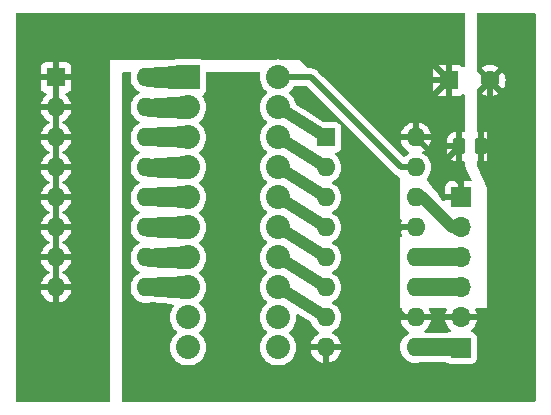
<source format=gbr>
%TF.GenerationSoftware,KiCad,Pcbnew,(6.0.4)*%
%TF.CreationDate,2022-04-18T03:55:02-07:00*%
%TF.ProjectId,led_bar,6c65645f-6261-4722-9e6b-696361645f70,rev?*%
%TF.SameCoordinates,PX7de29c8PY459e508*%
%TF.FileFunction,Copper,L2,Bot*%
%TF.FilePolarity,Positive*%
%FSLAX46Y46*%
G04 Gerber Fmt 4.6, Leading zero omitted, Abs format (unit mm)*
G04 Created by KiCad (PCBNEW (6.0.4)) date 2022-04-18 03:55:02*
%MOMM*%
%LPD*%
G01*
G04 APERTURE LIST*
G04 Aperture macros list*
%AMRoundRect*
0 Rectangle with rounded corners*
0 $1 Rounding radius*
0 $2 $3 $4 $5 $6 $7 $8 $9 X,Y pos of 4 corners*
0 Add a 4 corners polygon primitive as box body*
4,1,4,$2,$3,$4,$5,$6,$7,$8,$9,$2,$3,0*
0 Add four circle primitives for the rounded corners*
1,1,$1+$1,$2,$3*
1,1,$1+$1,$4,$5*
1,1,$1+$1,$6,$7*
1,1,$1+$1,$8,$9*
0 Add four rect primitives between the rounded corners*
20,1,$1+$1,$2,$3,$4,$5,0*
20,1,$1+$1,$4,$5,$6,$7,0*
20,1,$1+$1,$6,$7,$8,$9,0*
20,1,$1+$1,$8,$9,$2,$3,0*%
G04 Aperture macros list end*
%TA.AperFunction,ComponentPad*%
%ADD10R,1.700000X1.700000*%
%TD*%
%TA.AperFunction,ComponentPad*%
%ADD11O,1.700000X1.700000*%
%TD*%
%TA.AperFunction,ComponentPad*%
%ADD12R,2.032000X2.032000*%
%TD*%
%TA.AperFunction,ComponentPad*%
%ADD13C,2.032000*%
%TD*%
%TA.AperFunction,ComponentPad*%
%ADD14R,1.600000X1.600000*%
%TD*%
%TA.AperFunction,ComponentPad*%
%ADD15O,1.600000X1.600000*%
%TD*%
%TA.AperFunction,SMDPad,CuDef*%
%ADD16RoundRect,0.250000X-0.250000X-0.475000X0.250000X-0.475000X0.250000X0.475000X-0.250000X0.475000X0*%
%TD*%
%TA.AperFunction,ComponentPad*%
%ADD17C,1.600000*%
%TD*%
%TA.AperFunction,Conductor*%
%ADD18C,0.500000*%
%TD*%
%TA.AperFunction,Conductor*%
%ADD19C,1.500000*%
%TD*%
%TA.AperFunction,Conductor*%
%ADD20C,1.000000*%
%TD*%
%TA.AperFunction,Conductor*%
%ADD21C,0.400000*%
%TD*%
G04 APERTURE END LIST*
D10*
%TO.P,J2,1,Pin_1*%
%TO.N,Net-(J2-Pad1)*%
X38180000Y-28904800D03*
%TD*%
D11*
%TO.P,J1,5,Pin_5*%
%TO.N,GND*%
X38180000Y-26314000D03*
%TO.P,J1,4,Pin_4*%
%TO.N,Net-(J1-Pad4)*%
X38180000Y-23774000D03*
%TO.P,J1,3,Pin_3*%
%TO.N,Net-(J1-Pad3)*%
X38180000Y-21234000D03*
%TO.P,J1,2,Pin_2*%
%TO.N,Net-(J1-Pad2)*%
X38180000Y-18694000D03*
D10*
%TO.P,J1,1,Pin_1*%
%TO.N,VCC*%
X38180000Y-16154000D03*
%TD*%
D12*
%TO.P,BAR1,1,A*%
%TO.N,Net-(BAR1-Pad1)*%
X15065800Y-5993800D03*
D13*
%TO.P,BAR1,2,A*%
%TO.N,Net-(BAR1-Pad2)*%
X15065800Y-8533800D03*
%TO.P,BAR1,3,A*%
%TO.N,Net-(BAR1-Pad3)*%
X15065800Y-11073800D03*
%TO.P,BAR1,4,A*%
%TO.N,Net-(BAR1-Pad4)*%
X15065800Y-13613800D03*
%TO.P,BAR1,5,A*%
%TO.N,Net-(BAR1-Pad5)*%
X15065800Y-16153800D03*
%TO.P,BAR1,6,A*%
%TO.N,Net-(BAR1-Pad6)*%
X15065800Y-18693800D03*
%TO.P,BAR1,7,A*%
%TO.N,Net-(BAR1-Pad7)*%
X15065800Y-21233800D03*
%TO.P,BAR1,8,A*%
%TO.N,Net-(BAR1-Pad8)*%
X15065800Y-23773800D03*
%TO.P,BAR1,9,A*%
%TO.N,unconnected-(BAR1-Pad9)*%
X15065800Y-26313800D03*
%TO.P,BAR1,10,A*%
%TO.N,unconnected-(BAR1-Pad10)*%
X15065800Y-28853800D03*
%TO.P,BAR1,11,K*%
%TO.N,unconnected-(BAR1-Pad11)*%
X22685800Y-28853800D03*
%TO.P,BAR1,12,K*%
%TO.N,unconnected-(BAR1-Pad12)*%
X22685800Y-26313800D03*
%TO.P,BAR1,13,K*%
%TO.N,Net-(BAR1-Pad13)*%
X22685800Y-23773800D03*
%TO.P,BAR1,14,K*%
%TO.N,Net-(BAR1-Pad14)*%
X22685800Y-21233800D03*
%TO.P,BAR1,15,K*%
%TO.N,Net-(BAR1-Pad15)*%
X22685800Y-18693800D03*
%TO.P,BAR1,16,K*%
%TO.N,Net-(BAR1-Pad16)*%
X22685800Y-16153800D03*
%TO.P,BAR1,17,K*%
%TO.N,Net-(BAR1-Pad17)*%
X22685800Y-13613800D03*
%TO.P,BAR1,18,K*%
%TO.N,Net-(BAR1-Pad18)*%
X22685800Y-11073800D03*
%TO.P,BAR1,19,K*%
%TO.N,Net-(BAR1-Pad19)*%
X22685800Y-8533800D03*
%TO.P,BAR1,20,K*%
%TO.N,Net-(BAR1-Pad20)*%
X22685800Y-5993800D03*
%TD*%
D14*
%TO.P,RN1,1,R1.1*%
%TO.N,VCC*%
X3889800Y-5993800D03*
D15*
%TO.P,RN1,2,R2.1*%
X3889800Y-8533800D03*
%TO.P,RN1,3,R3.1*%
X3889800Y-11073800D03*
%TO.P,RN1,4,R4.1*%
X3889800Y-13613800D03*
%TO.P,RN1,5,R5.1*%
X3889800Y-16153800D03*
%TO.P,RN1,6,R6.1*%
X3889800Y-18693800D03*
%TO.P,RN1,7,R7.1*%
X3889800Y-21233800D03*
%TO.P,RN1,8,R8.1*%
X3889800Y-23773800D03*
%TO.P,RN1,9,R8.2*%
%TO.N,Net-(BAR1-Pad8)*%
X11509800Y-23773800D03*
%TO.P,RN1,10,R7.2*%
%TO.N,Net-(BAR1-Pad7)*%
X11509800Y-21233800D03*
%TO.P,RN1,11,R6.2*%
%TO.N,Net-(BAR1-Pad6)*%
X11509800Y-18693800D03*
%TO.P,RN1,12,R5.2*%
%TO.N,Net-(BAR1-Pad5)*%
X11509800Y-16153800D03*
%TO.P,RN1,13,R4.2*%
%TO.N,Net-(BAR1-Pad4)*%
X11509800Y-13613800D03*
%TO.P,RN1,14,R3.2*%
%TO.N,Net-(BAR1-Pad3)*%
X11509800Y-11073800D03*
%TO.P,RN1,15,R2.2*%
%TO.N,Net-(BAR1-Pad2)*%
X11509800Y-8533800D03*
%TO.P,RN1,16,R1.2*%
%TO.N,Net-(BAR1-Pad1)*%
X11509800Y-5993800D03*
%TD*%
D16*
%TO.P,C2,1*%
%TO.N,VCC*%
X37992000Y-11836000D03*
%TO.P,C2,2*%
%TO.N,GND*%
X39892000Y-11836000D03*
%TD*%
D14*
%TO.P,C1,1*%
%TO.N,VCC*%
X37135898Y-6248000D03*
D17*
%TO.P,C1,2*%
%TO.N,GND*%
X40635898Y-6248000D03*
%TD*%
D14*
%TO.P,U1,1,QB*%
%TO.N,Net-(BAR1-Pad19)*%
X26725000Y-11078000D03*
D15*
%TO.P,U1,2,QC*%
%TO.N,Net-(BAR1-Pad18)*%
X26725000Y-13618000D03*
%TO.P,U1,3,QD*%
%TO.N,Net-(BAR1-Pad17)*%
X26725000Y-16158000D03*
%TO.P,U1,4,QE*%
%TO.N,Net-(BAR1-Pad16)*%
X26725000Y-18698000D03*
%TO.P,U1,5,QF*%
%TO.N,Net-(BAR1-Pad15)*%
X26725000Y-21238000D03*
%TO.P,U1,6,QG*%
%TO.N,Net-(BAR1-Pad14)*%
X26725000Y-23778000D03*
%TO.P,U1,7,QH*%
%TO.N,Net-(BAR1-Pad13)*%
X26725000Y-26318000D03*
%TO.P,U1,8,GND*%
%TO.N,GND*%
X26725000Y-28858000D03*
%TO.P,U1,9,QH'*%
%TO.N,Net-(J2-Pad1)*%
X34345000Y-28858000D03*
%TO.P,U1,10,~{SRCLR}*%
%TO.N,GND*%
X34345000Y-26318000D03*
%TO.P,U1,11,SRCLK*%
%TO.N,Net-(J1-Pad4)*%
X34345000Y-23778000D03*
%TO.P,U1,12,RCLK*%
%TO.N,Net-(J1-Pad3)*%
X34345000Y-21238000D03*
%TO.P,U1,13,~{OE}*%
%TO.N,GND*%
X34345000Y-18698000D03*
%TO.P,U1,14,SER*%
%TO.N,Net-(J1-Pad2)*%
X34345000Y-16158000D03*
%TO.P,U1,15,QA*%
%TO.N,Net-(BAR1-Pad20)*%
X34345000Y-13618000D03*
%TO.P,U1,16,VCC*%
%TO.N,VCC*%
X34345000Y-11078000D03*
%TD*%
D18*
%TO.N,Net-(J2-Pad1)*%
X38133200Y-28858000D02*
X38180000Y-28904800D01*
D19*
X34345000Y-28858000D02*
X38133200Y-28858000D01*
D18*
%TO.N,Net-(BAR1-Pad1)*%
X15065800Y-5993800D02*
X11509800Y-5993800D01*
%TO.N,Net-(BAR1-Pad2)*%
X11509800Y-8533800D02*
X15065800Y-8533800D01*
%TO.N,Net-(BAR1-Pad3)*%
X15065800Y-11073800D02*
X11509800Y-11073800D01*
%TO.N,Net-(BAR1-Pad4)*%
X11509800Y-13613800D02*
X15065800Y-13613800D01*
%TO.N,Net-(BAR1-Pad5)*%
X15065800Y-16153800D02*
X11509800Y-16153800D01*
%TO.N,Net-(BAR1-Pad6)*%
X15065800Y-18693800D02*
X11509800Y-18693800D01*
%TO.N,Net-(BAR1-Pad7)*%
X11509800Y-21233800D02*
X15065800Y-21233800D01*
%TO.N,Net-(BAR1-Pad8)*%
X15065800Y-23773800D02*
X11509800Y-23773800D01*
%TO.N,GND*%
X34349000Y-26314000D02*
X34345000Y-26318000D01*
X33358000Y-26318000D02*
X32338000Y-25298000D01*
X33104000Y-18698000D02*
X34345000Y-18698000D01*
X38180000Y-26314000D02*
X34349000Y-26314000D01*
X40593000Y-11836000D02*
X40635898Y-11878898D01*
X40635898Y-25636102D02*
X40635898Y-11878898D01*
X34345000Y-26318000D02*
X33358000Y-26318000D01*
X39958000Y-26314000D02*
X40635898Y-25636102D01*
X32338000Y-25298000D02*
X32338000Y-19456000D01*
X32338000Y-19456000D02*
X33100000Y-18694000D01*
X26725000Y-28858000D02*
X28778000Y-28858000D01*
X28778000Y-28858000D02*
X32338000Y-25298000D01*
X39892000Y-11836000D02*
X40593000Y-11836000D01*
X33100000Y-18694000D02*
X33104000Y-18698000D01*
X40635898Y-11878898D02*
X40635898Y-6248000D01*
X38180000Y-26314000D02*
X39958000Y-26314000D01*
%TO.N,VCC*%
X38180000Y-16154000D02*
X38180000Y-14913000D01*
X3889800Y-5993800D02*
X3889800Y-8533800D01*
X3889800Y-21233800D02*
X3889800Y-18693800D01*
X37992000Y-11897000D02*
X37992000Y-11836000D01*
X33071898Y-2184000D02*
X37135898Y-6248000D01*
X38180000Y-14913000D02*
X36578000Y-13311000D01*
X3889800Y-5993800D02*
X3889800Y-3708200D01*
X3889800Y-16153800D02*
X3889800Y-13613800D01*
X3889800Y-23773800D02*
X3889800Y-21233800D01*
X34345000Y-11078000D02*
X34345000Y-9038898D01*
X34345000Y-9038898D02*
X37135898Y-6248000D01*
X3889800Y-18693800D02*
X3889800Y-16153800D01*
X3889800Y-11073800D02*
X3889800Y-13613800D01*
X3889800Y-3708200D02*
X5414000Y-2184000D01*
X5414000Y-2184000D02*
X33071898Y-2184000D01*
X36578000Y-13311000D02*
X37992000Y-11897000D01*
X36578000Y-13311000D02*
X34345000Y-11078000D01*
X3889800Y-8533800D02*
X3889800Y-11073800D01*
%TO.N,Net-(J1-Pad2)*%
X38180000Y-18694000D02*
X37418000Y-18694000D01*
X34882000Y-16158000D02*
X34345000Y-16158000D01*
D20*
X37418000Y-18694000D02*
X34882000Y-16158000D01*
D19*
%TO.N,Net-(J1-Pad3)*%
X34345000Y-21238000D02*
X38176000Y-21238000D01*
D21*
X38176000Y-21238000D02*
X38180000Y-21234000D01*
D18*
%TO.N,Net-(J1-Pad4)*%
X34349000Y-23774000D02*
X34345000Y-23778000D01*
D19*
X38180000Y-23774000D02*
X34349000Y-23774000D01*
D20*
%TO.N,Net-(BAR1-Pad13)*%
X22685800Y-23773800D02*
X26725000Y-26318000D01*
%TO.N,Net-(BAR1-Pad14)*%
X26725000Y-23778000D02*
X22685800Y-21233800D01*
%TO.N,Net-(BAR1-Pad15)*%
X22685800Y-18693800D02*
X26725000Y-21238000D01*
%TO.N,Net-(BAR1-Pad16)*%
X22685800Y-16153800D02*
X26725000Y-18698000D01*
%TO.N,Net-(BAR1-Pad17)*%
X26725000Y-16158000D02*
X22685800Y-13613800D01*
%TO.N,Net-(BAR1-Pad18)*%
X26725000Y-13618000D02*
X22685800Y-11073800D01*
%TO.N,Net-(BAR1-Pad19)*%
X26725000Y-11078000D02*
X22685800Y-8533800D01*
D18*
%TO.N,Net-(BAR1-Pad20)*%
X33104000Y-13618000D02*
X25479800Y-5993800D01*
X25479800Y-5993800D02*
X22685800Y-5993800D01*
X34345000Y-13618000D02*
X33104000Y-13618000D01*
%TD*%
%TA.AperFunction,Conductor*%
%TO.N,Net-(BAR1-Pad5)*%
G36*
X15036136Y-15223581D02*
G01*
X15085534Y-15274575D01*
X15100000Y-15333194D01*
X15100000Y-16966806D01*
X15079998Y-17034927D01*
X15026342Y-17081420D01*
X14967012Y-17092612D01*
X11619010Y-16906612D01*
X11552104Y-16882862D01*
X11508659Y-16826710D01*
X11500000Y-16780806D01*
X11500000Y-15519194D01*
X11520002Y-15451073D01*
X11573658Y-15404580D01*
X11619010Y-15393388D01*
X14967012Y-15207388D01*
X15036136Y-15223581D01*
G37*
%TD.AperFunction*%
%TD*%
%TA.AperFunction,Conductor*%
%TO.N,Net-(BAR1-Pad2)*%
G36*
X15036136Y-7623581D02*
G01*
X15085534Y-7674575D01*
X15100000Y-7733194D01*
X15100000Y-9366806D01*
X15079998Y-9434927D01*
X15026342Y-9481420D01*
X14967012Y-9492612D01*
X11619010Y-9306612D01*
X11552104Y-9282862D01*
X11508659Y-9226710D01*
X11500000Y-9180806D01*
X11500000Y-7919194D01*
X11520002Y-7851073D01*
X11573658Y-7804580D01*
X11619010Y-7793388D01*
X14967012Y-7607388D01*
X15036136Y-7623581D01*
G37*
%TD.AperFunction*%
%TD*%
%TA.AperFunction,Conductor*%
%TO.N,Net-(BAR1-Pad7)*%
G36*
X15036136Y-20323581D02*
G01*
X15085534Y-20374575D01*
X15100000Y-20433194D01*
X15100000Y-22066806D01*
X15079998Y-22134927D01*
X15026342Y-22181420D01*
X14967012Y-22192612D01*
X11619010Y-22006612D01*
X11552104Y-21982862D01*
X11508659Y-21926710D01*
X11500000Y-21880806D01*
X11500000Y-20619194D01*
X11520002Y-20551073D01*
X11573658Y-20504580D01*
X11619010Y-20493388D01*
X14967012Y-20307388D01*
X15036136Y-20323581D01*
G37*
%TD.AperFunction*%
%TD*%
%TA.AperFunction,Conductor*%
%TO.N,Net-(BAR1-Pad6)*%
G36*
X15036136Y-17723581D02*
G01*
X15085534Y-17774575D01*
X15100000Y-17833194D01*
X15100000Y-19566806D01*
X15079998Y-19634927D01*
X15026342Y-19681420D01*
X14967012Y-19692612D01*
X11619010Y-19506612D01*
X11552104Y-19482862D01*
X11508659Y-19426710D01*
X11500000Y-19380806D01*
X11500000Y-18019194D01*
X11520002Y-17951073D01*
X11573658Y-17904580D01*
X11619010Y-17893388D01*
X14967012Y-17707388D01*
X15036136Y-17723581D01*
G37*
%TD.AperFunction*%
%TD*%
%TA.AperFunction,Conductor*%
%TO.N,Net-(BAR1-Pad4)*%
G36*
X15033083Y-12625648D02*
G01*
X15083871Y-12675257D01*
X15100000Y-12736937D01*
X15100000Y-14466806D01*
X15079998Y-14534927D01*
X15026342Y-14581420D01*
X14967012Y-14592612D01*
X11619010Y-14406612D01*
X11552104Y-14382862D01*
X11508659Y-14326710D01*
X11500000Y-14280806D01*
X11500000Y-13015937D01*
X11520002Y-12947816D01*
X11573658Y-12901323D01*
X11615536Y-12890372D01*
X14963536Y-12611372D01*
X15033083Y-12625648D01*
G37*
%TD.AperFunction*%
%TD*%
%TA.AperFunction,Conductor*%
%TO.N,Net-(BAR1-Pad1)*%
G36*
X14033790Y-5025155D02*
G01*
X14084262Y-5075086D01*
X14100000Y-5136065D01*
X14100000Y-6863935D01*
X14079998Y-6932056D01*
X14026342Y-6978549D01*
X13964336Y-6989564D01*
X11616336Y-6808949D01*
X11549950Y-6783781D01*
X11507710Y-6726718D01*
X11500000Y-6683320D01*
X11500000Y-5316680D01*
X11520002Y-5248559D01*
X11573658Y-5202066D01*
X11616336Y-5191051D01*
X13964336Y-5010436D01*
X14033790Y-5025155D01*
G37*
%TD.AperFunction*%
%TD*%
%TA.AperFunction,Conductor*%
%TO.N,GND*%
G36*
X44433621Y-528502D02*
G01*
X44480114Y-582158D01*
X44491500Y-634500D01*
X44491500Y-33365500D01*
X44471498Y-33433621D01*
X44417842Y-33480114D01*
X44365500Y-33491500D01*
X9626000Y-33491500D01*
X9557879Y-33471498D01*
X9511386Y-33417842D01*
X9500000Y-33365500D01*
X9500000Y-5626000D01*
X9520002Y-5557879D01*
X9573658Y-5511386D01*
X9626000Y-5500000D01*
X10123248Y-5500000D01*
X10191369Y-5520002D01*
X10237862Y-5573658D01*
X10247966Y-5643932D01*
X10244955Y-5658611D01*
X10217919Y-5759512D01*
X10216257Y-5765713D01*
X10196302Y-5993800D01*
X10216257Y-6221887D01*
X10217681Y-6227200D01*
X10217681Y-6227202D01*
X10222460Y-6245035D01*
X10275516Y-6443043D01*
X10277839Y-6448024D01*
X10277839Y-6448025D01*
X10369951Y-6645562D01*
X10369954Y-6645567D01*
X10372277Y-6650549D01*
X10503602Y-6838100D01*
X10665500Y-6999998D01*
X10670008Y-7003155D01*
X10670011Y-7003157D01*
X10743361Y-7054517D01*
X10853051Y-7131323D01*
X10858033Y-7133646D01*
X10858038Y-7133649D01*
X10892257Y-7149605D01*
X10945542Y-7196522D01*
X10965003Y-7264799D01*
X10944461Y-7332759D01*
X10892257Y-7377995D01*
X10858038Y-7393951D01*
X10858033Y-7393954D01*
X10853051Y-7396277D01*
X10761870Y-7460123D01*
X10670011Y-7524443D01*
X10670008Y-7524445D01*
X10665500Y-7527602D01*
X10503602Y-7689500D01*
X10372277Y-7877051D01*
X10369954Y-7882033D01*
X10369951Y-7882038D01*
X10284142Y-8066059D01*
X10275516Y-8084557D01*
X10274094Y-8089865D01*
X10274093Y-8089867D01*
X10217681Y-8300398D01*
X10216257Y-8305713D01*
X10196302Y-8533800D01*
X10216257Y-8761887D01*
X10217681Y-8767200D01*
X10217681Y-8767202D01*
X10272293Y-8971013D01*
X10275516Y-8983043D01*
X10277839Y-8988024D01*
X10277839Y-8988025D01*
X10369951Y-9185562D01*
X10369954Y-9185567D01*
X10372277Y-9190549D01*
X10503602Y-9378100D01*
X10665500Y-9539998D01*
X10670008Y-9543155D01*
X10670011Y-9543157D01*
X10748189Y-9597898D01*
X10853051Y-9671323D01*
X10858033Y-9673646D01*
X10858038Y-9673649D01*
X10892257Y-9689605D01*
X10945542Y-9736522D01*
X10965003Y-9804799D01*
X10944461Y-9872759D01*
X10892257Y-9917995D01*
X10858038Y-9933951D01*
X10858033Y-9933954D01*
X10853051Y-9936277D01*
X10748189Y-10009702D01*
X10670011Y-10064443D01*
X10670008Y-10064445D01*
X10665500Y-10067602D01*
X10503602Y-10229500D01*
X10372277Y-10417051D01*
X10369954Y-10422033D01*
X10369951Y-10422038D01*
X10277839Y-10619575D01*
X10275516Y-10624557D01*
X10274094Y-10629865D01*
X10274093Y-10629867D01*
X10217681Y-10840398D01*
X10216257Y-10845713D01*
X10196302Y-11073800D01*
X10216257Y-11301887D01*
X10217681Y-11307200D01*
X10217681Y-11307202D01*
X10219241Y-11313022D01*
X10275516Y-11523043D01*
X10277839Y-11528024D01*
X10277839Y-11528025D01*
X10369951Y-11725562D01*
X10369954Y-11725567D01*
X10372277Y-11730549D01*
X10503602Y-11918100D01*
X10665500Y-12079998D01*
X10670008Y-12083155D01*
X10670011Y-12083157D01*
X10705655Y-12108115D01*
X10853051Y-12211323D01*
X10858033Y-12213646D01*
X10858038Y-12213649D01*
X10892257Y-12229605D01*
X10945542Y-12276522D01*
X10965003Y-12344799D01*
X10944461Y-12412759D01*
X10892257Y-12457995D01*
X10858038Y-12473951D01*
X10858033Y-12473954D01*
X10853051Y-12476277D01*
X10748189Y-12549702D01*
X10670011Y-12604443D01*
X10670008Y-12604445D01*
X10665500Y-12607602D01*
X10503602Y-12769500D01*
X10500445Y-12774008D01*
X10500443Y-12774011D01*
X10489828Y-12789171D01*
X10372277Y-12957051D01*
X10369954Y-12962033D01*
X10369951Y-12962038D01*
X10284142Y-13146059D01*
X10275516Y-13164557D01*
X10274094Y-13169865D01*
X10274093Y-13169867D01*
X10217681Y-13380398D01*
X10216257Y-13385713D01*
X10196302Y-13613800D01*
X10216257Y-13841887D01*
X10217681Y-13847200D01*
X10217681Y-13847202D01*
X10219241Y-13853022D01*
X10275516Y-14063043D01*
X10277839Y-14068024D01*
X10277839Y-14068025D01*
X10369951Y-14265562D01*
X10369954Y-14265567D01*
X10372277Y-14270549D01*
X10503602Y-14458100D01*
X10665500Y-14619998D01*
X10670008Y-14623155D01*
X10670011Y-14623157D01*
X10732109Y-14666638D01*
X10853051Y-14751323D01*
X10858033Y-14753646D01*
X10858038Y-14753649D01*
X10892257Y-14769605D01*
X10945542Y-14816522D01*
X10965003Y-14884799D01*
X10944461Y-14952759D01*
X10892257Y-14997995D01*
X10858038Y-15013951D01*
X10858033Y-15013954D01*
X10853051Y-15016277D01*
X10748189Y-15089702D01*
X10670011Y-15144443D01*
X10670008Y-15144445D01*
X10665500Y-15147602D01*
X10503602Y-15309500D01*
X10500445Y-15314008D01*
X10500443Y-15314011D01*
X10497502Y-15318211D01*
X10372277Y-15497051D01*
X10369954Y-15502033D01*
X10369951Y-15502038D01*
X10284142Y-15686059D01*
X10275516Y-15704557D01*
X10274094Y-15709865D01*
X10274093Y-15709867D01*
X10217681Y-15920398D01*
X10216257Y-15925713D01*
X10196302Y-16153800D01*
X10216257Y-16381887D01*
X10217681Y-16387200D01*
X10217681Y-16387202D01*
X10219241Y-16393022D01*
X10275516Y-16603043D01*
X10277839Y-16608024D01*
X10277839Y-16608025D01*
X10369951Y-16805562D01*
X10369954Y-16805567D01*
X10372277Y-16810549D01*
X10503602Y-16998100D01*
X10665500Y-17159998D01*
X10670008Y-17163155D01*
X10670011Y-17163157D01*
X10748189Y-17217898D01*
X10853051Y-17291323D01*
X10858033Y-17293646D01*
X10858038Y-17293649D01*
X10892257Y-17309605D01*
X10945542Y-17356522D01*
X10965003Y-17424799D01*
X10944461Y-17492759D01*
X10892257Y-17537995D01*
X10858038Y-17553951D01*
X10858033Y-17553954D01*
X10853051Y-17556277D01*
X10748189Y-17629702D01*
X10670011Y-17684443D01*
X10670008Y-17684445D01*
X10665500Y-17687602D01*
X10503602Y-17849500D01*
X10372277Y-18037051D01*
X10369954Y-18042033D01*
X10369951Y-18042038D01*
X10284142Y-18226059D01*
X10275516Y-18244557D01*
X10274094Y-18249865D01*
X10274093Y-18249867D01*
X10217681Y-18460398D01*
X10216257Y-18465713D01*
X10196302Y-18693800D01*
X10216257Y-18921887D01*
X10217681Y-18927200D01*
X10217681Y-18927202D01*
X10219241Y-18933022D01*
X10275516Y-19143043D01*
X10277839Y-19148024D01*
X10277839Y-19148025D01*
X10369951Y-19345562D01*
X10369954Y-19345567D01*
X10372277Y-19350549D01*
X10398535Y-19388049D01*
X10473151Y-19494611D01*
X10503602Y-19538100D01*
X10665500Y-19699998D01*
X10670008Y-19703155D01*
X10670011Y-19703157D01*
X10715735Y-19735173D01*
X10853051Y-19831323D01*
X10858033Y-19833646D01*
X10858038Y-19833649D01*
X10892257Y-19849605D01*
X10945542Y-19896522D01*
X10965003Y-19964799D01*
X10944461Y-20032759D01*
X10892257Y-20077995D01*
X10858038Y-20093951D01*
X10858033Y-20093954D01*
X10853051Y-20096277D01*
X10748189Y-20169702D01*
X10670011Y-20224443D01*
X10670008Y-20224445D01*
X10665500Y-20227602D01*
X10503602Y-20389500D01*
X10372277Y-20577051D01*
X10369954Y-20582033D01*
X10369951Y-20582038D01*
X10284142Y-20766059D01*
X10275516Y-20784557D01*
X10274094Y-20789865D01*
X10274093Y-20789867D01*
X10217681Y-21000398D01*
X10216257Y-21005713D01*
X10196302Y-21233800D01*
X10216257Y-21461887D01*
X10217681Y-21467200D01*
X10217681Y-21467202D01*
X10219241Y-21473022D01*
X10275516Y-21683043D01*
X10277839Y-21688024D01*
X10277839Y-21688025D01*
X10369951Y-21885562D01*
X10369954Y-21885567D01*
X10372277Y-21890549D01*
X10503602Y-22078100D01*
X10665500Y-22239998D01*
X10670008Y-22243155D01*
X10670011Y-22243157D01*
X10715735Y-22275173D01*
X10853051Y-22371323D01*
X10858033Y-22373646D01*
X10858038Y-22373649D01*
X10892257Y-22389605D01*
X10945542Y-22436522D01*
X10965003Y-22504799D01*
X10944461Y-22572759D01*
X10892257Y-22617995D01*
X10858038Y-22633951D01*
X10858033Y-22633954D01*
X10853051Y-22636277D01*
X10748189Y-22709702D01*
X10670011Y-22764443D01*
X10670008Y-22764445D01*
X10665500Y-22767602D01*
X10503602Y-22929500D01*
X10372277Y-23117051D01*
X10369954Y-23122033D01*
X10369951Y-23122038D01*
X10284142Y-23306059D01*
X10275516Y-23324557D01*
X10274094Y-23329865D01*
X10274093Y-23329867D01*
X10217681Y-23540398D01*
X10216257Y-23545713D01*
X10196302Y-23773800D01*
X10216257Y-24001887D01*
X10217681Y-24007200D01*
X10217681Y-24007202D01*
X10219241Y-24013022D01*
X10275516Y-24223043D01*
X10277839Y-24228024D01*
X10277839Y-24228025D01*
X10369951Y-24425562D01*
X10369954Y-24425567D01*
X10372277Y-24430549D01*
X10503602Y-24618100D01*
X10665500Y-24779998D01*
X10670008Y-24783155D01*
X10670011Y-24783157D01*
X10715735Y-24815173D01*
X10853051Y-24911323D01*
X10858033Y-24913646D01*
X10858038Y-24913649D01*
X11055575Y-25005761D01*
X11060557Y-25008084D01*
X11065865Y-25009506D01*
X11065867Y-25009507D01*
X11276398Y-25065919D01*
X11276400Y-25065919D01*
X11281713Y-25067343D01*
X11509800Y-25087298D01*
X11737887Y-25067343D01*
X11750022Y-25064092D01*
X11808463Y-25048433D01*
X11851537Y-25044575D01*
X12945679Y-25135753D01*
X13747547Y-25202575D01*
X13813771Y-25228165D01*
X13855648Y-25285497D01*
X13859881Y-25356367D01*
X13834424Y-25406934D01*
X13834765Y-25407182D01*
X13833246Y-25409273D01*
X13832896Y-25409968D01*
X13828640Y-25414951D01*
X13703260Y-25619551D01*
X13701367Y-25624121D01*
X13701366Y-25624123D01*
X13679778Y-25676242D01*
X13611431Y-25841247D01*
X13604498Y-25870124D01*
X13556568Y-26069765D01*
X13556567Y-26069771D01*
X13555413Y-26074578D01*
X13536586Y-26313800D01*
X13555413Y-26553022D01*
X13556567Y-26557829D01*
X13556568Y-26557835D01*
X13563321Y-26585962D01*
X13611431Y-26786353D01*
X13613324Y-26790924D01*
X13613325Y-26790926D01*
X13672089Y-26932794D01*
X13703260Y-27008049D01*
X13828640Y-27212649D01*
X13984482Y-27395118D01*
X14093223Y-27487991D01*
X14132030Y-27547439D01*
X14132538Y-27618434D01*
X14093223Y-27679609D01*
X13984482Y-27772482D01*
X13981269Y-27776244D01*
X13837580Y-27944484D01*
X13828640Y-27954951D01*
X13703260Y-28159551D01*
X13701367Y-28164121D01*
X13701366Y-28164123D01*
X13683818Y-28206489D01*
X13611431Y-28381247D01*
X13603552Y-28414067D01*
X13556568Y-28609765D01*
X13556567Y-28609771D01*
X13555413Y-28614578D01*
X13536586Y-28853800D01*
X13555413Y-29093022D01*
X13556567Y-29097829D01*
X13556568Y-29097835D01*
X13564170Y-29129497D01*
X13611431Y-29326353D01*
X13703260Y-29548049D01*
X13828640Y-29752649D01*
X13831857Y-29756416D01*
X13831858Y-29756417D01*
X13920254Y-29859916D01*
X13984482Y-29935118D01*
X14166951Y-30090960D01*
X14371551Y-30216340D01*
X14376121Y-30218233D01*
X14376123Y-30218234D01*
X14470674Y-30257398D01*
X14593247Y-30308169D01*
X14674837Y-30327757D01*
X14821765Y-30363032D01*
X14821771Y-30363033D01*
X14826578Y-30364187D01*
X15065800Y-30383014D01*
X15305022Y-30364187D01*
X15309829Y-30363033D01*
X15309835Y-30363032D01*
X15456763Y-30327757D01*
X15538353Y-30308169D01*
X15660926Y-30257398D01*
X15755477Y-30218234D01*
X15755479Y-30218233D01*
X15760049Y-30216340D01*
X15964649Y-30090960D01*
X16147118Y-29935118D01*
X16211346Y-29859916D01*
X16299742Y-29756417D01*
X16299743Y-29756416D01*
X16302960Y-29752649D01*
X16428340Y-29548049D01*
X16520169Y-29326353D01*
X16567430Y-29129497D01*
X16575032Y-29097835D01*
X16575033Y-29097829D01*
X16576187Y-29093022D01*
X16595014Y-28853800D01*
X16576187Y-28614578D01*
X16575033Y-28609771D01*
X16575032Y-28609765D01*
X16528048Y-28414067D01*
X16520169Y-28381247D01*
X16447782Y-28206489D01*
X16430234Y-28164123D01*
X16430233Y-28164121D01*
X16428340Y-28159551D01*
X16302960Y-27954951D01*
X16294021Y-27944484D01*
X16150331Y-27776244D01*
X16147118Y-27772482D01*
X16038377Y-27679609D01*
X15999570Y-27620161D01*
X15999062Y-27549166D01*
X16038377Y-27487991D01*
X16147118Y-27395118D01*
X16302960Y-27212649D01*
X16428340Y-27008049D01*
X16459512Y-26932794D01*
X16518275Y-26790926D01*
X16518276Y-26790924D01*
X16520169Y-26786353D01*
X16568279Y-26585962D01*
X16575032Y-26557835D01*
X16575033Y-26557829D01*
X16576187Y-26553022D01*
X16595014Y-26313800D01*
X16576187Y-26074578D01*
X16575033Y-26069771D01*
X16575032Y-26069765D01*
X16527102Y-25870124D01*
X16520169Y-25841247D01*
X16451822Y-25676242D01*
X16430234Y-25624123D01*
X16430233Y-25624121D01*
X16428340Y-25619551D01*
X16302960Y-25414951D01*
X16218192Y-25315699D01*
X16150331Y-25236244D01*
X16147118Y-25232482D01*
X16038377Y-25139609D01*
X15999570Y-25080161D01*
X15999062Y-25009166D01*
X16038377Y-24947991D01*
X16147118Y-24855118D01*
X16302960Y-24672649D01*
X16428340Y-24468049D01*
X16520169Y-24246353D01*
X16564412Y-24062069D01*
X16575032Y-24017835D01*
X16575033Y-24017829D01*
X16576187Y-24013022D01*
X16595014Y-23773800D01*
X16576187Y-23534578D01*
X16575033Y-23529771D01*
X16575032Y-23529765D01*
X16527040Y-23329867D01*
X16520169Y-23301247D01*
X16449170Y-23129840D01*
X16430234Y-23084123D01*
X16430233Y-23084121D01*
X16428340Y-23079551D01*
X16302960Y-22874951D01*
X16218192Y-22775699D01*
X16150331Y-22696244D01*
X16147118Y-22692482D01*
X16038377Y-22599609D01*
X15999570Y-22540161D01*
X15999062Y-22469166D01*
X16038377Y-22407991D01*
X16147118Y-22315118D01*
X16302960Y-22132649D01*
X16428340Y-21928049D01*
X16520169Y-21706353D01*
X16564412Y-21522069D01*
X16575032Y-21477835D01*
X16575033Y-21477829D01*
X16576187Y-21473022D01*
X16595014Y-21233800D01*
X16576187Y-20994578D01*
X16575033Y-20989771D01*
X16575032Y-20989765D01*
X16527040Y-20789867D01*
X16520169Y-20761247D01*
X16449170Y-20589840D01*
X16430234Y-20544123D01*
X16430233Y-20544121D01*
X16428340Y-20539551D01*
X16302960Y-20334951D01*
X16218192Y-20235699D01*
X16150331Y-20156244D01*
X16147118Y-20152482D01*
X16038377Y-20059609D01*
X15999570Y-20000161D01*
X15999062Y-19929166D01*
X16038377Y-19867991D01*
X16147118Y-19775118D01*
X16302960Y-19592649D01*
X16428340Y-19388049D01*
X16520169Y-19166353D01*
X16564412Y-18982069D01*
X16575032Y-18937835D01*
X16575033Y-18937829D01*
X16576187Y-18933022D01*
X16595014Y-18693800D01*
X16576187Y-18454578D01*
X16575033Y-18449771D01*
X16575032Y-18449765D01*
X16527040Y-18249867D01*
X16520169Y-18221247D01*
X16518275Y-18216674D01*
X16430234Y-18004123D01*
X16430233Y-18004121D01*
X16428340Y-17999551D01*
X16302960Y-17794951D01*
X16218192Y-17695699D01*
X16150331Y-17616244D01*
X16147118Y-17612482D01*
X16038377Y-17519609D01*
X15999570Y-17460161D01*
X15999062Y-17389166D01*
X16038377Y-17327991D01*
X16147118Y-17235118D01*
X16302960Y-17052649D01*
X16428340Y-16848049D01*
X16520169Y-16626353D01*
X16539757Y-16544763D01*
X16575032Y-16397835D01*
X16575033Y-16397829D01*
X16576187Y-16393022D01*
X16595014Y-16153800D01*
X16576187Y-15914578D01*
X16575033Y-15909771D01*
X16575032Y-15909765D01*
X16527040Y-15709867D01*
X16520169Y-15681247D01*
X16518275Y-15676674D01*
X16430234Y-15464123D01*
X16430233Y-15464121D01*
X16428340Y-15459551D01*
X16302960Y-15254951D01*
X16275192Y-15222438D01*
X16150331Y-15076244D01*
X16147118Y-15072482D01*
X16038377Y-14979609D01*
X15999570Y-14920161D01*
X15999062Y-14849166D01*
X16038377Y-14787991D01*
X16147118Y-14695118D01*
X16302960Y-14512649D01*
X16428340Y-14308049D01*
X16448482Y-14259423D01*
X16518275Y-14090926D01*
X16518276Y-14090924D01*
X16520169Y-14086353D01*
X16539757Y-14004763D01*
X16575032Y-13857835D01*
X16575033Y-13857829D01*
X16576187Y-13853022D01*
X16595014Y-13613800D01*
X16576187Y-13374578D01*
X16575033Y-13369771D01*
X16575032Y-13369765D01*
X16527040Y-13169867D01*
X16520169Y-13141247D01*
X16490243Y-13068999D01*
X16430234Y-12924123D01*
X16430233Y-12924121D01*
X16428340Y-12919551D01*
X16302960Y-12714951D01*
X16218192Y-12615699D01*
X16150331Y-12536244D01*
X16147118Y-12532482D01*
X16038377Y-12439609D01*
X15999570Y-12380161D01*
X15999062Y-12309166D01*
X16038377Y-12247991D01*
X16147118Y-12155118D01*
X16302960Y-11972649D01*
X16428340Y-11768049D01*
X16511016Y-11568452D01*
X16518275Y-11550926D01*
X16518276Y-11550924D01*
X16520169Y-11546353D01*
X16544336Y-11445691D01*
X16575032Y-11317835D01*
X16575033Y-11317829D01*
X16576187Y-11313022D01*
X16595014Y-11073800D01*
X16576187Y-10834578D01*
X16575033Y-10829771D01*
X16575032Y-10829765D01*
X16536543Y-10669450D01*
X16520169Y-10601247D01*
X16518275Y-10596674D01*
X16430234Y-10384123D01*
X16430233Y-10384121D01*
X16428340Y-10379551D01*
X16302960Y-10174951D01*
X16296754Y-10167684D01*
X16150331Y-9996244D01*
X16147118Y-9992482D01*
X16038377Y-9899609D01*
X15999570Y-9840161D01*
X15999062Y-9769166D01*
X16038377Y-9707991D01*
X16147118Y-9615118D01*
X16302960Y-9432649D01*
X16428340Y-9228049D01*
X16520169Y-9006353D01*
X16573139Y-8785719D01*
X16575032Y-8777835D01*
X16575033Y-8777829D01*
X16576187Y-8773022D01*
X16595014Y-8533800D01*
X16576187Y-8294578D01*
X16575033Y-8289771D01*
X16575032Y-8289765D01*
X16521324Y-8066059D01*
X16520169Y-8061247D01*
X16428340Y-7839551D01*
X16302960Y-7634951D01*
X16302170Y-7634026D01*
X16278664Y-7568135D01*
X16294748Y-7498985D01*
X16328893Y-7460124D01*
X16445061Y-7373061D01*
X16532415Y-7256505D01*
X16583545Y-7120116D01*
X16590300Y-7057934D01*
X16590300Y-5626000D01*
X16610302Y-5557879D01*
X16663958Y-5511386D01*
X16716300Y-5500000D01*
X21076701Y-5500000D01*
X21144822Y-5520002D01*
X21191315Y-5573658D01*
X21201419Y-5643932D01*
X21199220Y-5655414D01*
X21176568Y-5749765D01*
X21176567Y-5749771D01*
X21175413Y-5754578D01*
X21156586Y-5993800D01*
X21175413Y-6233022D01*
X21176567Y-6237829D01*
X21176568Y-6237835D01*
X21211843Y-6384763D01*
X21231431Y-6466353D01*
X21233324Y-6470924D01*
X21233325Y-6470926D01*
X21293744Y-6616790D01*
X21323260Y-6688049D01*
X21448640Y-6892649D01*
X21604482Y-7075118D01*
X21713223Y-7167991D01*
X21752030Y-7227439D01*
X21752538Y-7298434D01*
X21713223Y-7359609D01*
X21604482Y-7452482D01*
X21448640Y-7634951D01*
X21323260Y-7839551D01*
X21231431Y-8061247D01*
X21230276Y-8066059D01*
X21176568Y-8289765D01*
X21176567Y-8289771D01*
X21175413Y-8294578D01*
X21156586Y-8533800D01*
X21175413Y-8773022D01*
X21176567Y-8777829D01*
X21176568Y-8777835D01*
X21178461Y-8785719D01*
X21231431Y-9006353D01*
X21323260Y-9228049D01*
X21448640Y-9432649D01*
X21604482Y-9615118D01*
X21713223Y-9707991D01*
X21752030Y-9767439D01*
X21752538Y-9838434D01*
X21713223Y-9899609D01*
X21604482Y-9992482D01*
X21601269Y-9996244D01*
X21454847Y-10167684D01*
X21448640Y-10174951D01*
X21323260Y-10379551D01*
X21321367Y-10384121D01*
X21321366Y-10384123D01*
X21233325Y-10596674D01*
X21231431Y-10601247D01*
X21215057Y-10669450D01*
X21176568Y-10829765D01*
X21176567Y-10829771D01*
X21175413Y-10834578D01*
X21156586Y-11073800D01*
X21175413Y-11313022D01*
X21176567Y-11317829D01*
X21176568Y-11317835D01*
X21207264Y-11445691D01*
X21231431Y-11546353D01*
X21233324Y-11550924D01*
X21233325Y-11550926D01*
X21240585Y-11568452D01*
X21323260Y-11768049D01*
X21448640Y-11972649D01*
X21604482Y-12155118D01*
X21713223Y-12247991D01*
X21752030Y-12307439D01*
X21752538Y-12378434D01*
X21713223Y-12439609D01*
X21604482Y-12532482D01*
X21601269Y-12536244D01*
X21533409Y-12615699D01*
X21448640Y-12714951D01*
X21323260Y-12919551D01*
X21321367Y-12924121D01*
X21321366Y-12924123D01*
X21261357Y-13068999D01*
X21231431Y-13141247D01*
X21224560Y-13169867D01*
X21176568Y-13369765D01*
X21176567Y-13369771D01*
X21175413Y-13374578D01*
X21156586Y-13613800D01*
X21175413Y-13853022D01*
X21176567Y-13857829D01*
X21176568Y-13857835D01*
X21211843Y-14004763D01*
X21231431Y-14086353D01*
X21233324Y-14090924D01*
X21233325Y-14090926D01*
X21303119Y-14259423D01*
X21323260Y-14308049D01*
X21448640Y-14512649D01*
X21604482Y-14695118D01*
X21713223Y-14787991D01*
X21752030Y-14847439D01*
X21752538Y-14918434D01*
X21713223Y-14979609D01*
X21604482Y-15072482D01*
X21601269Y-15076244D01*
X21476409Y-15222438D01*
X21448640Y-15254951D01*
X21323260Y-15459551D01*
X21321367Y-15464121D01*
X21321366Y-15464123D01*
X21233325Y-15676674D01*
X21231431Y-15681247D01*
X21224560Y-15709867D01*
X21176568Y-15909765D01*
X21176567Y-15909771D01*
X21175413Y-15914578D01*
X21156586Y-16153800D01*
X21175413Y-16393022D01*
X21176567Y-16397829D01*
X21176568Y-16397835D01*
X21211843Y-16544763D01*
X21231431Y-16626353D01*
X21323260Y-16848049D01*
X21448640Y-17052649D01*
X21604482Y-17235118D01*
X21713223Y-17327991D01*
X21752030Y-17387439D01*
X21752538Y-17458434D01*
X21713223Y-17519609D01*
X21604482Y-17612482D01*
X21601269Y-17616244D01*
X21533409Y-17695699D01*
X21448640Y-17794951D01*
X21323260Y-17999551D01*
X21321367Y-18004121D01*
X21321366Y-18004123D01*
X21233325Y-18216674D01*
X21231431Y-18221247D01*
X21224560Y-18249867D01*
X21176568Y-18449765D01*
X21176567Y-18449771D01*
X21175413Y-18454578D01*
X21156586Y-18693800D01*
X21175413Y-18933022D01*
X21176567Y-18937829D01*
X21176568Y-18937835D01*
X21187188Y-18982069D01*
X21231431Y-19166353D01*
X21323260Y-19388049D01*
X21448640Y-19592649D01*
X21604482Y-19775118D01*
X21713223Y-19867991D01*
X21752030Y-19927439D01*
X21752538Y-19998434D01*
X21713223Y-20059609D01*
X21604482Y-20152482D01*
X21601269Y-20156244D01*
X21533409Y-20235699D01*
X21448640Y-20334951D01*
X21323260Y-20539551D01*
X21321367Y-20544121D01*
X21321366Y-20544123D01*
X21302430Y-20589840D01*
X21231431Y-20761247D01*
X21224560Y-20789867D01*
X21176568Y-20989765D01*
X21176567Y-20989771D01*
X21175413Y-20994578D01*
X21156586Y-21233800D01*
X21175413Y-21473022D01*
X21176567Y-21477829D01*
X21176568Y-21477835D01*
X21187188Y-21522069D01*
X21231431Y-21706353D01*
X21323260Y-21928049D01*
X21448640Y-22132649D01*
X21604482Y-22315118D01*
X21713223Y-22407991D01*
X21752030Y-22467439D01*
X21752538Y-22538434D01*
X21713223Y-22599609D01*
X21604482Y-22692482D01*
X21601269Y-22696244D01*
X21533409Y-22775699D01*
X21448640Y-22874951D01*
X21323260Y-23079551D01*
X21321367Y-23084121D01*
X21321366Y-23084123D01*
X21302430Y-23129840D01*
X21231431Y-23301247D01*
X21224560Y-23329867D01*
X21176568Y-23529765D01*
X21176567Y-23529771D01*
X21175413Y-23534578D01*
X21156586Y-23773800D01*
X21175413Y-24013022D01*
X21176567Y-24017829D01*
X21176568Y-24017835D01*
X21187188Y-24062069D01*
X21231431Y-24246353D01*
X21323260Y-24468049D01*
X21448640Y-24672649D01*
X21604482Y-24855118D01*
X21713223Y-24947991D01*
X21752030Y-25007439D01*
X21752538Y-25078434D01*
X21713223Y-25139609D01*
X21604482Y-25232482D01*
X21601269Y-25236244D01*
X21533409Y-25315699D01*
X21448640Y-25414951D01*
X21323260Y-25619551D01*
X21321367Y-25624121D01*
X21321366Y-25624123D01*
X21299778Y-25676242D01*
X21231431Y-25841247D01*
X21224498Y-25870124D01*
X21176568Y-26069765D01*
X21176567Y-26069771D01*
X21175413Y-26074578D01*
X21156586Y-26313800D01*
X21175413Y-26553022D01*
X21176567Y-26557829D01*
X21176568Y-26557835D01*
X21183321Y-26585962D01*
X21231431Y-26786353D01*
X21233324Y-26790924D01*
X21233325Y-26790926D01*
X21292089Y-26932794D01*
X21323260Y-27008049D01*
X21448640Y-27212649D01*
X21604482Y-27395118D01*
X21713223Y-27487991D01*
X21752030Y-27547439D01*
X21752538Y-27618434D01*
X21713223Y-27679609D01*
X21604482Y-27772482D01*
X21601269Y-27776244D01*
X21457580Y-27944484D01*
X21448640Y-27954951D01*
X21323260Y-28159551D01*
X21321367Y-28164121D01*
X21321366Y-28164123D01*
X21303818Y-28206489D01*
X21231431Y-28381247D01*
X21223552Y-28414067D01*
X21176568Y-28609765D01*
X21176567Y-28609771D01*
X21175413Y-28614578D01*
X21156586Y-28853800D01*
X21175413Y-29093022D01*
X21176567Y-29097829D01*
X21176568Y-29097835D01*
X21184170Y-29129497D01*
X21231431Y-29326353D01*
X21323260Y-29548049D01*
X21448640Y-29752649D01*
X21451857Y-29756416D01*
X21451858Y-29756417D01*
X21540254Y-29859916D01*
X21604482Y-29935118D01*
X21786951Y-30090960D01*
X21991551Y-30216340D01*
X21996121Y-30218233D01*
X21996123Y-30218234D01*
X22090674Y-30257398D01*
X22213247Y-30308169D01*
X22294837Y-30327757D01*
X22441765Y-30363032D01*
X22441771Y-30363033D01*
X22446578Y-30364187D01*
X22685800Y-30383014D01*
X22925022Y-30364187D01*
X22929829Y-30363033D01*
X22929835Y-30363032D01*
X23076763Y-30327757D01*
X23158353Y-30308169D01*
X23280926Y-30257398D01*
X23375477Y-30218234D01*
X23375479Y-30218233D01*
X23380049Y-30216340D01*
X23584649Y-30090960D01*
X23767118Y-29935118D01*
X23831346Y-29859916D01*
X23919742Y-29756417D01*
X23919743Y-29756416D01*
X23922960Y-29752649D01*
X24048340Y-29548049D01*
X24140169Y-29326353D01*
X24187430Y-29129497D01*
X24188624Y-29124522D01*
X25442273Y-29124522D01*
X25489764Y-29301761D01*
X25493510Y-29312053D01*
X25585586Y-29509511D01*
X25591069Y-29519007D01*
X25716028Y-29697467D01*
X25723084Y-29705875D01*
X25877125Y-29859916D01*
X25885533Y-29866972D01*
X26063993Y-29991931D01*
X26073489Y-29997414D01*
X26270947Y-30089490D01*
X26281239Y-30093236D01*
X26453503Y-30139394D01*
X26467599Y-30139058D01*
X26471000Y-30131116D01*
X26471000Y-30125967D01*
X26979000Y-30125967D01*
X26982973Y-30139498D01*
X26991522Y-30140727D01*
X27168761Y-30093236D01*
X27179053Y-30089490D01*
X27376511Y-29997414D01*
X27386007Y-29991931D01*
X27564467Y-29866972D01*
X27572875Y-29859916D01*
X27726916Y-29705875D01*
X27733972Y-29697467D01*
X27858931Y-29519007D01*
X27864414Y-29509511D01*
X27956490Y-29312053D01*
X27960236Y-29301761D01*
X28006394Y-29129497D01*
X28006058Y-29115401D01*
X27998116Y-29112000D01*
X26997115Y-29112000D01*
X26981876Y-29116475D01*
X26980671Y-29117865D01*
X26979000Y-29125548D01*
X26979000Y-30125967D01*
X26471000Y-30125967D01*
X26471000Y-29130115D01*
X26466525Y-29114876D01*
X26465135Y-29113671D01*
X26457452Y-29112000D01*
X25457033Y-29112000D01*
X25443502Y-29115973D01*
X25442273Y-29124522D01*
X24188624Y-29124522D01*
X24195032Y-29097835D01*
X24195033Y-29097829D01*
X24196187Y-29093022D01*
X24214683Y-28858000D01*
X33031502Y-28858000D01*
X33051457Y-29086087D01*
X33052881Y-29091400D01*
X33052881Y-29091402D01*
X33062031Y-29125548D01*
X33110716Y-29307243D01*
X33113039Y-29312224D01*
X33113039Y-29312225D01*
X33205151Y-29509762D01*
X33205154Y-29509767D01*
X33207477Y-29514749D01*
X33338802Y-29702300D01*
X33500700Y-29864198D01*
X33505208Y-29867355D01*
X33505211Y-29867357D01*
X33583389Y-29922098D01*
X33688251Y-29995523D01*
X33693233Y-29997846D01*
X33693238Y-29997849D01*
X33889765Y-30089490D01*
X33895757Y-30092284D01*
X33901065Y-30093706D01*
X33901067Y-30093707D01*
X34111598Y-30150119D01*
X34111600Y-30150119D01*
X34116913Y-30151543D01*
X34345000Y-30171498D01*
X34573087Y-30151543D01*
X34687848Y-30120793D01*
X34720457Y-30116500D01*
X36922681Y-30116500D01*
X36990802Y-30136502D01*
X36998242Y-30141671D01*
X37083295Y-30205415D01*
X37219684Y-30256545D01*
X37281866Y-30263300D01*
X39078134Y-30263300D01*
X39140316Y-30256545D01*
X39276705Y-30205415D01*
X39393261Y-30118061D01*
X39480615Y-30001505D01*
X39531745Y-29865116D01*
X39538500Y-29802934D01*
X39538500Y-28006666D01*
X39531745Y-27944484D01*
X39480615Y-27808095D01*
X39393261Y-27691539D01*
X39276705Y-27604185D01*
X39140316Y-27553055D01*
X39133242Y-27552287D01*
X39071896Y-27517241D01*
X39039076Y-27454286D01*
X39045502Y-27383581D01*
X39073749Y-27340625D01*
X39214057Y-27200805D01*
X39220730Y-27192965D01*
X39345003Y-27020020D01*
X39350313Y-27011183D01*
X39444670Y-26820267D01*
X39448469Y-26810672D01*
X39510377Y-26606910D01*
X39512555Y-26596837D01*
X39513986Y-26585962D01*
X39511775Y-26571778D01*
X39498617Y-26568000D01*
X36863225Y-26568000D01*
X36849694Y-26571973D01*
X36848257Y-26581966D01*
X36878565Y-26716446D01*
X36881645Y-26726275D01*
X36961770Y-26923603D01*
X36966413Y-26932794D01*
X37077694Y-27114388D01*
X37083777Y-27122699D01*
X37223213Y-27283667D01*
X37230580Y-27290883D01*
X37280465Y-27332298D01*
X37320100Y-27391201D01*
X37321598Y-27462182D01*
X37284483Y-27522704D01*
X37229125Y-27551825D01*
X37227542Y-27552201D01*
X37219684Y-27553055D01*
X37212285Y-27555829D01*
X37212284Y-27555829D01*
X37117180Y-27591482D01*
X37072951Y-27599500D01*
X35194877Y-27599500D01*
X35126756Y-27579498D01*
X35080263Y-27525842D01*
X35070159Y-27455568D01*
X35099653Y-27390988D01*
X35122607Y-27370287D01*
X35184462Y-27326976D01*
X35192875Y-27319916D01*
X35346916Y-27165875D01*
X35353972Y-27157467D01*
X35478931Y-26979007D01*
X35484414Y-26969511D01*
X35576490Y-26772053D01*
X35580236Y-26761761D01*
X35626394Y-26589497D01*
X35626058Y-26575401D01*
X35618116Y-26572000D01*
X33077033Y-26572000D01*
X33063502Y-26575973D01*
X33062273Y-26584522D01*
X33109764Y-26761761D01*
X33113510Y-26772053D01*
X33205586Y-26969511D01*
X33211069Y-26979007D01*
X33336028Y-27157467D01*
X33343084Y-27165875D01*
X33497125Y-27319916D01*
X33505533Y-27326972D01*
X33683993Y-27451931D01*
X33693489Y-27457414D01*
X33728049Y-27473529D01*
X33781334Y-27520446D01*
X33800795Y-27588723D01*
X33780253Y-27656683D01*
X33728049Y-27701919D01*
X33693238Y-27718151D01*
X33693233Y-27718154D01*
X33688251Y-27720477D01*
X33608608Y-27776244D01*
X33505211Y-27848643D01*
X33505208Y-27848645D01*
X33500700Y-27851802D01*
X33338802Y-28013700D01*
X33207477Y-28201251D01*
X33205154Y-28206233D01*
X33205151Y-28206238D01*
X33205034Y-28206489D01*
X33110716Y-28408757D01*
X33051457Y-28629913D01*
X33031502Y-28858000D01*
X24214683Y-28858000D01*
X24215014Y-28853800D01*
X24196187Y-28614578D01*
X24195033Y-28609771D01*
X24195032Y-28609765D01*
X24148048Y-28414067D01*
X24140169Y-28381247D01*
X24067782Y-28206489D01*
X24050234Y-28164123D01*
X24050233Y-28164121D01*
X24048340Y-28159551D01*
X23922960Y-27954951D01*
X23914021Y-27944484D01*
X23770331Y-27776244D01*
X23767118Y-27772482D01*
X23658377Y-27679609D01*
X23619570Y-27620161D01*
X23619062Y-27549166D01*
X23658377Y-27487991D01*
X23767118Y-27395118D01*
X23922960Y-27212649D01*
X24048340Y-27008049D01*
X24079512Y-26932794D01*
X24138275Y-26790926D01*
X24138276Y-26790924D01*
X24140169Y-26786353D01*
X24188279Y-26585962D01*
X24195032Y-26557835D01*
X24195033Y-26557829D01*
X24196187Y-26553022D01*
X24215014Y-26313800D01*
X24202843Y-26159153D01*
X24217439Y-26089674D01*
X24267282Y-26039114D01*
X24336546Y-26023528D01*
X24395608Y-26042655D01*
X24832749Y-26318000D01*
X25438447Y-26699515D01*
X25485426Y-26752744D01*
X25489394Y-26762311D01*
X25490716Y-26767243D01*
X25493039Y-26772225D01*
X25493040Y-26772227D01*
X25585151Y-26969762D01*
X25585154Y-26969767D01*
X25587477Y-26974749D01*
X25613751Y-27012272D01*
X25685254Y-27114388D01*
X25718802Y-27162300D01*
X25880700Y-27324198D01*
X25885208Y-27327355D01*
X25885211Y-27327357D01*
X25892268Y-27332298D01*
X26068251Y-27455523D01*
X26073233Y-27457846D01*
X26073238Y-27457849D01*
X26108049Y-27474081D01*
X26161334Y-27520998D01*
X26180795Y-27589275D01*
X26160253Y-27657235D01*
X26108049Y-27702471D01*
X26073489Y-27718586D01*
X26063993Y-27724069D01*
X25885533Y-27849028D01*
X25877125Y-27856084D01*
X25723084Y-28010125D01*
X25716028Y-28018533D01*
X25591069Y-28196993D01*
X25585586Y-28206489D01*
X25493510Y-28403947D01*
X25489764Y-28414239D01*
X25443606Y-28586503D01*
X25443942Y-28600599D01*
X25451884Y-28604000D01*
X27992967Y-28604000D01*
X28006498Y-28600027D01*
X28007727Y-28591478D01*
X27960236Y-28414239D01*
X27956490Y-28403947D01*
X27864414Y-28206489D01*
X27858931Y-28196993D01*
X27733972Y-28018533D01*
X27726916Y-28010125D01*
X27572875Y-27856084D01*
X27564467Y-27849028D01*
X27386007Y-27724069D01*
X27376511Y-27718586D01*
X27341951Y-27702471D01*
X27288666Y-27655554D01*
X27269205Y-27587277D01*
X27289747Y-27519317D01*
X27341951Y-27474081D01*
X27376762Y-27457849D01*
X27376767Y-27457846D01*
X27381749Y-27455523D01*
X27557732Y-27332298D01*
X27564789Y-27327357D01*
X27564792Y-27327355D01*
X27569300Y-27324198D01*
X27731198Y-27162300D01*
X27764747Y-27114388D01*
X27836249Y-27012272D01*
X27862523Y-26974749D01*
X27864846Y-26969767D01*
X27864849Y-26969762D01*
X27956961Y-26772225D01*
X27956961Y-26772224D01*
X27959284Y-26767243D01*
X27970262Y-26726275D01*
X28017119Y-26551402D01*
X28017119Y-26551400D01*
X28018543Y-26546087D01*
X28038498Y-26318000D01*
X28018543Y-26089913D01*
X28008244Y-26051478D01*
X27960707Y-25874067D01*
X27960706Y-25874065D01*
X27959284Y-25868757D01*
X27944324Y-25836674D01*
X27864849Y-25666238D01*
X27864846Y-25666233D01*
X27862523Y-25661251D01*
X27731198Y-25473700D01*
X27569300Y-25311802D01*
X27564792Y-25308645D01*
X27564789Y-25308643D01*
X27461392Y-25236244D01*
X27381749Y-25180477D01*
X27376767Y-25178154D01*
X27376762Y-25178151D01*
X27342543Y-25162195D01*
X27289258Y-25115278D01*
X27269797Y-25047001D01*
X27290339Y-24979041D01*
X27342543Y-24933805D01*
X27376762Y-24917849D01*
X27376767Y-24917846D01*
X27381749Y-24915523D01*
X27525063Y-24815173D01*
X27564789Y-24787357D01*
X27564792Y-24787355D01*
X27569300Y-24784198D01*
X27731198Y-24622300D01*
X27862523Y-24434749D01*
X27864846Y-24429767D01*
X27864849Y-24429762D01*
X27956961Y-24232225D01*
X27956961Y-24232224D01*
X27959284Y-24227243D01*
X28018543Y-24006087D01*
X28038498Y-23778000D01*
X28018543Y-23549913D01*
X28017119Y-23544598D01*
X27960707Y-23334067D01*
X27960706Y-23334065D01*
X27959284Y-23328757D01*
X27956961Y-23323775D01*
X27864849Y-23126238D01*
X27864846Y-23126233D01*
X27862523Y-23121251D01*
X27731198Y-22933700D01*
X27569300Y-22771802D01*
X27564792Y-22768645D01*
X27564789Y-22768643D01*
X27461392Y-22696244D01*
X27381749Y-22640477D01*
X27376767Y-22638154D01*
X27376762Y-22638151D01*
X27342543Y-22622195D01*
X27289258Y-22575278D01*
X27269797Y-22507001D01*
X27290339Y-22439041D01*
X27342543Y-22393805D01*
X27376762Y-22377849D01*
X27376767Y-22377846D01*
X27381749Y-22375523D01*
X27525063Y-22275173D01*
X27564789Y-22247357D01*
X27564792Y-22247355D01*
X27569300Y-22244198D01*
X27731198Y-22082300D01*
X27862523Y-21894749D01*
X27864846Y-21889767D01*
X27864849Y-21889762D01*
X27956961Y-21692225D01*
X27956961Y-21692224D01*
X27959284Y-21687243D01*
X28018543Y-21466087D01*
X28038498Y-21238000D01*
X28018543Y-21009913D01*
X28017119Y-21004598D01*
X27960707Y-20794067D01*
X27960706Y-20794065D01*
X27959284Y-20788757D01*
X27956961Y-20783775D01*
X27864849Y-20586238D01*
X27864846Y-20586233D01*
X27862523Y-20581251D01*
X27731198Y-20393700D01*
X27569300Y-20231802D01*
X27564792Y-20228645D01*
X27564789Y-20228643D01*
X27461392Y-20156244D01*
X27381749Y-20100477D01*
X27376767Y-20098154D01*
X27376762Y-20098151D01*
X27342543Y-20082195D01*
X27289258Y-20035278D01*
X27269797Y-19967001D01*
X27290339Y-19899041D01*
X27342543Y-19853805D01*
X27376762Y-19837849D01*
X27376767Y-19837846D01*
X27381749Y-19835523D01*
X27525063Y-19735173D01*
X27564789Y-19707357D01*
X27564792Y-19707355D01*
X27569300Y-19704198D01*
X27731198Y-19542300D01*
X27735538Y-19536103D01*
X27801213Y-19442309D01*
X27862523Y-19354749D01*
X27864846Y-19349767D01*
X27864849Y-19349762D01*
X27956961Y-19152225D01*
X27956961Y-19152224D01*
X27959284Y-19147243D01*
X28014651Y-18940614D01*
X28017119Y-18931402D01*
X28017119Y-18931400D01*
X28018543Y-18926087D01*
X28038498Y-18698000D01*
X28018543Y-18469913D01*
X28016959Y-18464002D01*
X27960707Y-18254067D01*
X27960706Y-18254065D01*
X27959284Y-18248757D01*
X27956961Y-18243775D01*
X27864849Y-18046238D01*
X27864846Y-18046233D01*
X27862523Y-18041251D01*
X27731198Y-17853700D01*
X27569300Y-17691802D01*
X27564792Y-17688645D01*
X27564789Y-17688643D01*
X27461392Y-17616244D01*
X27381749Y-17560477D01*
X27376767Y-17558154D01*
X27376762Y-17558151D01*
X27342543Y-17542195D01*
X27289258Y-17495278D01*
X27269797Y-17427001D01*
X27290339Y-17359041D01*
X27342543Y-17313805D01*
X27376762Y-17297849D01*
X27376767Y-17297846D01*
X27381749Y-17295523D01*
X27486611Y-17222098D01*
X27564789Y-17167357D01*
X27564792Y-17167355D01*
X27569300Y-17164198D01*
X27731198Y-17002300D01*
X27862523Y-16814749D01*
X27864846Y-16809767D01*
X27864849Y-16809762D01*
X27956961Y-16612225D01*
X27956961Y-16612224D01*
X27959284Y-16607243D01*
X28018543Y-16386087D01*
X28038498Y-16158000D01*
X28018543Y-15929913D01*
X28017119Y-15924598D01*
X27960707Y-15714067D01*
X27960706Y-15714065D01*
X27959284Y-15708757D01*
X27956961Y-15703775D01*
X27864849Y-15506238D01*
X27864846Y-15506233D01*
X27862523Y-15501251D01*
X27731198Y-15313700D01*
X27569300Y-15151802D01*
X27564792Y-15148645D01*
X27564789Y-15148643D01*
X27461392Y-15076244D01*
X27381749Y-15020477D01*
X27376767Y-15018154D01*
X27376762Y-15018151D01*
X27342543Y-15002195D01*
X27289258Y-14955278D01*
X27269797Y-14887001D01*
X27290339Y-14819041D01*
X27342543Y-14773805D01*
X27376762Y-14757849D01*
X27376767Y-14757846D01*
X27381749Y-14755523D01*
X27508690Y-14666638D01*
X27564789Y-14627357D01*
X27564792Y-14627355D01*
X27569300Y-14624198D01*
X27731198Y-14462300D01*
X27749953Y-14435516D01*
X27818967Y-14336953D01*
X27862523Y-14274749D01*
X27864846Y-14269767D01*
X27864849Y-14269762D01*
X27956961Y-14072225D01*
X27956961Y-14072224D01*
X27959284Y-14067243D01*
X28005921Y-13893195D01*
X28017119Y-13851402D01*
X28017119Y-13851400D01*
X28018543Y-13846087D01*
X28038498Y-13618000D01*
X28018543Y-13389913D01*
X28017119Y-13384598D01*
X27960707Y-13174067D01*
X27960706Y-13174065D01*
X27959284Y-13168757D01*
X27956961Y-13163775D01*
X27864849Y-12966238D01*
X27864846Y-12966233D01*
X27862523Y-12961251D01*
X27742031Y-12789171D01*
X27734357Y-12778211D01*
X27734355Y-12778208D01*
X27731198Y-12773700D01*
X27569300Y-12611802D01*
X27564789Y-12608643D01*
X27560576Y-12605108D01*
X27561527Y-12603974D01*
X27521529Y-12553929D01*
X27514224Y-12483310D01*
X27546258Y-12419951D01*
X27607462Y-12383970D01*
X27624517Y-12380918D01*
X27635316Y-12379745D01*
X27771705Y-12328615D01*
X27888261Y-12241261D01*
X27975615Y-12124705D01*
X28026745Y-11988316D01*
X28033500Y-11926134D01*
X28033500Y-10229866D01*
X28026745Y-10167684D01*
X27975615Y-10031295D01*
X27888261Y-9914739D01*
X27771705Y-9827385D01*
X27635316Y-9776255D01*
X27573134Y-9769500D01*
X26576236Y-9769500D01*
X26509083Y-9750113D01*
X24997257Y-8797848D01*
X24239212Y-8320373D01*
X24192232Y-8267143D01*
X24183846Y-8243174D01*
X24141324Y-8066059D01*
X24140169Y-8061247D01*
X24048340Y-7839551D01*
X23922960Y-7634951D01*
X23767118Y-7452482D01*
X23658377Y-7359609D01*
X23619570Y-7300161D01*
X23619062Y-7229166D01*
X23658377Y-7167991D01*
X23767118Y-7075118D01*
X23922960Y-6892649D01*
X23972099Y-6812462D01*
X24024744Y-6764834D01*
X24079529Y-6752300D01*
X25113429Y-6752300D01*
X25181550Y-6772302D01*
X25202524Y-6789205D01*
X32520230Y-14106911D01*
X32532616Y-14121323D01*
X32541149Y-14132918D01*
X32541154Y-14132923D01*
X32545492Y-14138818D01*
X32551070Y-14143557D01*
X32551073Y-14143560D01*
X32585768Y-14173035D01*
X32593284Y-14179965D01*
X32598979Y-14185660D01*
X32601861Y-14187940D01*
X32621251Y-14203281D01*
X32624655Y-14206072D01*
X32674703Y-14248591D01*
X32680285Y-14253333D01*
X32686801Y-14256661D01*
X32691850Y-14260028D01*
X32696979Y-14263195D01*
X32702716Y-14267734D01*
X32768893Y-14298663D01*
X32772775Y-14300561D01*
X32787439Y-14308049D01*
X32811834Y-14320506D01*
X32843627Y-14343627D01*
X32963095Y-14463095D01*
X32997121Y-14525407D01*
X33000000Y-14552190D01*
X33000000Y-18000000D01*
X33029484Y-18000000D01*
X33097605Y-18020002D01*
X33144098Y-18073658D01*
X33154202Y-18143932D01*
X33143679Y-18179250D01*
X33113510Y-18243947D01*
X33109764Y-18254239D01*
X33063606Y-18426503D01*
X33063942Y-18440599D01*
X33071884Y-18444000D01*
X34473000Y-18444000D01*
X34541121Y-18464002D01*
X34587614Y-18517658D01*
X34599000Y-18570000D01*
X34599000Y-18826000D01*
X34578998Y-18894121D01*
X34525342Y-18940614D01*
X34473000Y-18952000D01*
X33077033Y-18952000D01*
X33063502Y-18955973D01*
X33062273Y-18964522D01*
X33109764Y-19141761D01*
X33113510Y-19152053D01*
X33192175Y-19320750D01*
X33202836Y-19390942D01*
X33173856Y-19455754D01*
X33114436Y-19494611D01*
X33077980Y-19500000D01*
X33000000Y-19500000D01*
X33000000Y-25500000D01*
X33085441Y-25500000D01*
X33153562Y-25520002D01*
X33200055Y-25573658D01*
X33210159Y-25643932D01*
X33199636Y-25679250D01*
X33113510Y-25863947D01*
X33109764Y-25874239D01*
X33063606Y-26046503D01*
X33063942Y-26060599D01*
X33071884Y-26064000D01*
X35612967Y-26064000D01*
X35626498Y-26060027D01*
X35627727Y-26051478D01*
X35580236Y-25874239D01*
X35576490Y-25863947D01*
X35490364Y-25679250D01*
X35479703Y-25609058D01*
X35508683Y-25544246D01*
X35568103Y-25505389D01*
X35604559Y-25500000D01*
X36863195Y-25500000D01*
X36931316Y-25520002D01*
X36977809Y-25573658D01*
X36987913Y-25643932D01*
X36977483Y-25679050D01*
X36903339Y-25838783D01*
X36899775Y-25848470D01*
X36844389Y-26048183D01*
X36845912Y-26056607D01*
X36858292Y-26060000D01*
X39498344Y-26060000D01*
X39511875Y-26056027D01*
X39513180Y-26046947D01*
X39471214Y-25879875D01*
X39467894Y-25870124D01*
X39383593Y-25676242D01*
X39374774Y-25605795D01*
X39405440Y-25541764D01*
X39465857Y-25504476D01*
X39499143Y-25500000D01*
X40500000Y-25500000D01*
X40500000Y-15500000D01*
X39513302Y-13526604D01*
X39500000Y-13470255D01*
X39500000Y-13195000D01*
X39520002Y-13126879D01*
X39573658Y-13080386D01*
X39602504Y-13074111D01*
X39602502Y-13074104D01*
X39635124Y-13064525D01*
X39636329Y-13063135D01*
X39638000Y-13055452D01*
X39638000Y-13050884D01*
X40146000Y-13050884D01*
X40150475Y-13066123D01*
X40151865Y-13067328D01*
X40159548Y-13068999D01*
X40189095Y-13068999D01*
X40195614Y-13068662D01*
X40291206Y-13058743D01*
X40304600Y-13055851D01*
X40458784Y-13004412D01*
X40471962Y-12998239D01*
X40609807Y-12912937D01*
X40621208Y-12903901D01*
X40735739Y-12789171D01*
X40744751Y-12777760D01*
X40829816Y-12639757D01*
X40835963Y-12626576D01*
X40887138Y-12472290D01*
X40890005Y-12458914D01*
X40899672Y-12364562D01*
X40900000Y-12358146D01*
X40900000Y-12108115D01*
X40895525Y-12092876D01*
X40894135Y-12091671D01*
X40886452Y-12090000D01*
X40164115Y-12090000D01*
X40148876Y-12094475D01*
X40147671Y-12095865D01*
X40146000Y-12103548D01*
X40146000Y-13050884D01*
X39638000Y-13050884D01*
X39638000Y-11563885D01*
X40146000Y-11563885D01*
X40150475Y-11579124D01*
X40151865Y-11580329D01*
X40159548Y-11582000D01*
X40881884Y-11582000D01*
X40897123Y-11577525D01*
X40898328Y-11576135D01*
X40899999Y-11568452D01*
X40899999Y-11313905D01*
X40899662Y-11307386D01*
X40889743Y-11211794D01*
X40886851Y-11198400D01*
X40835412Y-11044216D01*
X40829239Y-11031038D01*
X40743937Y-10893193D01*
X40734901Y-10881792D01*
X40620171Y-10767261D01*
X40608760Y-10758249D01*
X40470757Y-10673184D01*
X40457576Y-10667037D01*
X40303290Y-10615862D01*
X40289914Y-10612995D01*
X40195562Y-10603328D01*
X40189145Y-10603000D01*
X40164115Y-10603000D01*
X40148876Y-10607475D01*
X40147671Y-10608865D01*
X40146000Y-10616548D01*
X40146000Y-11563885D01*
X39638000Y-11563885D01*
X39638000Y-10621116D01*
X39633525Y-10605877D01*
X39632135Y-10604672D01*
X39611217Y-10600122D01*
X39611516Y-10598748D01*
X39557879Y-10582999D01*
X39511386Y-10529343D01*
X39500000Y-10477001D01*
X39500000Y-7334062D01*
X39914391Y-7334062D01*
X39923687Y-7346077D01*
X39974892Y-7381931D01*
X39984387Y-7387414D01*
X40181845Y-7479490D01*
X40192137Y-7483236D01*
X40402586Y-7539625D01*
X40413379Y-7541528D01*
X40630423Y-7560517D01*
X40641373Y-7560517D01*
X40858417Y-7541528D01*
X40869210Y-7539625D01*
X41079659Y-7483236D01*
X41089951Y-7479490D01*
X41287409Y-7387414D01*
X41296904Y-7381931D01*
X41348946Y-7345491D01*
X41357322Y-7335012D01*
X41350254Y-7321566D01*
X40648710Y-6620022D01*
X40634766Y-6612408D01*
X40632933Y-6612539D01*
X40626318Y-6616790D01*
X39920821Y-7322287D01*
X39914391Y-7334062D01*
X39500000Y-7334062D01*
X39500000Y-7071236D01*
X39520002Y-7003115D01*
X39549236Y-6976326D01*
X39548799Y-6975889D01*
X40263876Y-6260812D01*
X40270254Y-6249132D01*
X41000306Y-6249132D01*
X41000437Y-6250965D01*
X41004688Y-6257580D01*
X41710185Y-6963077D01*
X41721960Y-6969507D01*
X41733975Y-6960211D01*
X41769829Y-6909006D01*
X41775312Y-6899511D01*
X41867388Y-6702053D01*
X41871134Y-6691761D01*
X41927523Y-6481312D01*
X41929426Y-6470519D01*
X41948415Y-6253475D01*
X41948415Y-6242525D01*
X41929426Y-6025481D01*
X41927523Y-6014688D01*
X41871134Y-5804239D01*
X41867388Y-5793947D01*
X41775312Y-5596489D01*
X41769829Y-5586994D01*
X41733389Y-5534952D01*
X41722910Y-5526576D01*
X41709464Y-5533644D01*
X41007920Y-6235188D01*
X41000306Y-6249132D01*
X40270254Y-6249132D01*
X40271490Y-6246868D01*
X40271359Y-6245035D01*
X40267108Y-6238420D01*
X39548799Y-5520111D01*
X39549708Y-5519202D01*
X39515411Y-5484904D01*
X39500000Y-5424521D01*
X39500000Y-5160988D01*
X39914474Y-5160988D01*
X39921542Y-5174434D01*
X40623086Y-5875978D01*
X40637030Y-5883592D01*
X40638863Y-5883461D01*
X40645478Y-5879210D01*
X41350975Y-5173713D01*
X41357405Y-5161938D01*
X41348109Y-5149923D01*
X41296904Y-5114069D01*
X41287409Y-5108586D01*
X41089951Y-5016510D01*
X41079659Y-5012764D01*
X40869210Y-4956375D01*
X40858417Y-4954472D01*
X40641373Y-4935483D01*
X40630423Y-4935483D01*
X40413379Y-4954472D01*
X40402586Y-4956375D01*
X40192137Y-5012764D01*
X40181845Y-5016510D01*
X39984387Y-5108586D01*
X39974892Y-5114069D01*
X39922850Y-5150509D01*
X39914474Y-5160988D01*
X39500000Y-5160988D01*
X39500000Y-634500D01*
X39520002Y-566379D01*
X39573658Y-519886D01*
X39626000Y-508500D01*
X44365500Y-508500D01*
X44433621Y-528502D01*
G37*
%TD.AperFunction*%
%TD*%
%TA.AperFunction,Conductor*%
%TO.N,Net-(BAR1-Pad8)*%
G36*
X15036136Y-22823581D02*
G01*
X15085534Y-22874575D01*
X15100000Y-22933194D01*
X15100000Y-24663063D01*
X15079998Y-24731184D01*
X15026342Y-24777677D01*
X14963536Y-24788628D01*
X11615536Y-24509628D01*
X11549312Y-24484038D01*
X11507435Y-24426706D01*
X11500000Y-24384063D01*
X11500000Y-23119194D01*
X11520002Y-23051073D01*
X11573658Y-23004580D01*
X11619010Y-22993388D01*
X14967012Y-22807388D01*
X15036136Y-22823581D01*
G37*
%TD.AperFunction*%
%TD*%
%TA.AperFunction,Conductor*%
%TO.N,Net-(BAR1-Pad3)*%
G36*
X15036136Y-10123581D02*
G01*
X15085534Y-10174575D01*
X15100000Y-10233194D01*
X15100000Y-11831166D01*
X15079998Y-11899287D01*
X15026342Y-11945780D01*
X14968301Y-11957037D01*
X11620301Y-11805447D01*
X11553155Y-11782384D01*
X11509136Y-11726681D01*
X11500000Y-11679576D01*
X11500000Y-10419194D01*
X11520002Y-10351073D01*
X11573658Y-10304580D01*
X11619010Y-10293388D01*
X14967012Y-10107388D01*
X15036136Y-10123581D01*
G37*
%TD.AperFunction*%
%TD*%
%TA.AperFunction,Conductor*%
%TO.N,VCC*%
G36*
X38442121Y-528502D02*
G01*
X38488614Y-582158D01*
X38500000Y-634500D01*
X38500000Y-4983995D01*
X38479998Y-5052116D01*
X38426342Y-5098609D01*
X38356068Y-5108713D01*
X38298435Y-5084821D01*
X38189547Y-5003214D01*
X38173952Y-4994676D01*
X38053504Y-4949522D01*
X38038249Y-4945895D01*
X37987384Y-4940369D01*
X37980570Y-4940000D01*
X37408013Y-4940000D01*
X37392774Y-4944475D01*
X37391569Y-4945865D01*
X37389898Y-4953548D01*
X37389898Y-7537884D01*
X37394373Y-7553123D01*
X37395763Y-7554328D01*
X37403446Y-7555999D01*
X37980567Y-7555999D01*
X37987388Y-7555629D01*
X38038250Y-7550105D01*
X38053502Y-7546479D01*
X38173952Y-7501324D01*
X38189547Y-7492786D01*
X38298435Y-7411179D01*
X38364942Y-7386331D01*
X38434324Y-7401384D01*
X38484554Y-7451558D01*
X38500000Y-7512005D01*
X38500000Y-10484704D01*
X38479998Y-10552825D01*
X38426342Y-10599318D01*
X38361159Y-10610048D01*
X38295565Y-10603328D01*
X38289145Y-10603000D01*
X38264115Y-10603000D01*
X38248876Y-10607475D01*
X38247671Y-10608865D01*
X38246000Y-10616548D01*
X38246000Y-13050884D01*
X38250475Y-13066123D01*
X38251865Y-13067328D01*
X38259548Y-13068999D01*
X38289095Y-13068999D01*
X38295614Y-13068662D01*
X38360997Y-13061878D01*
X38430818Y-13074743D01*
X38482600Y-13123314D01*
X38500000Y-13187205D01*
X38500000Y-13500000D01*
X38781693Y-14063385D01*
X39056825Y-14613651D01*
X39069399Y-14683525D01*
X39042200Y-14749105D01*
X38983864Y-14789570D01*
X38944127Y-14796000D01*
X38452115Y-14796000D01*
X38436876Y-14800475D01*
X38435671Y-14801865D01*
X38434000Y-14809548D01*
X38434000Y-16282000D01*
X38413998Y-16350121D01*
X38360342Y-16396614D01*
X38308000Y-16408000D01*
X36840116Y-16408000D01*
X36824877Y-16412475D01*
X36807949Y-16432011D01*
X36793495Y-16458480D01*
X36731182Y-16492504D01*
X36660366Y-16487438D01*
X36601871Y-16442619D01*
X36201347Y-15881885D01*
X36822000Y-15881885D01*
X36826475Y-15897124D01*
X36827865Y-15898329D01*
X36835548Y-15900000D01*
X37907885Y-15900000D01*
X37923124Y-15895525D01*
X37924329Y-15894135D01*
X37926000Y-15886452D01*
X37926000Y-14814116D01*
X37921525Y-14798877D01*
X37920135Y-14797672D01*
X37912452Y-14796001D01*
X37285331Y-14796001D01*
X37278510Y-14796371D01*
X37227648Y-14801895D01*
X37212396Y-14805521D01*
X37091946Y-14850676D01*
X37076351Y-14859214D01*
X36974276Y-14935715D01*
X36961715Y-14948276D01*
X36885214Y-15050351D01*
X36876676Y-15065946D01*
X36831522Y-15186394D01*
X36827895Y-15201649D01*
X36822369Y-15252514D01*
X36822000Y-15259328D01*
X36822000Y-15881885D01*
X36201347Y-15881885D01*
X35751796Y-15252514D01*
X35317664Y-14644729D01*
X35294346Y-14577672D01*
X35310983Y-14508652D01*
X35331099Y-14482399D01*
X35351198Y-14462300D01*
X35482523Y-14274749D01*
X35484846Y-14269767D01*
X35484849Y-14269762D01*
X35576961Y-14072225D01*
X35576961Y-14072224D01*
X35579284Y-14067243D01*
X35631154Y-13873665D01*
X35637119Y-13851402D01*
X35637119Y-13851400D01*
X35638543Y-13846087D01*
X35658498Y-13618000D01*
X35638543Y-13389913D01*
X35630474Y-13359800D01*
X35580707Y-13174067D01*
X35580706Y-13174065D01*
X35579284Y-13168757D01*
X35532767Y-13069000D01*
X35484849Y-12966238D01*
X35484846Y-12966233D01*
X35482523Y-12961251D01*
X35359354Y-12785348D01*
X35354357Y-12778211D01*
X35354355Y-12778208D01*
X35351198Y-12773700D01*
X35189300Y-12611802D01*
X35184792Y-12608645D01*
X35184789Y-12608643D01*
X35093486Y-12544712D01*
X35001749Y-12480477D01*
X34996767Y-12478154D01*
X34996762Y-12478151D01*
X34961951Y-12461919D01*
X34908666Y-12415002D01*
X34892446Y-12358095D01*
X36984001Y-12358095D01*
X36984338Y-12364614D01*
X36994257Y-12460206D01*
X36997149Y-12473600D01*
X37048588Y-12627784D01*
X37054761Y-12640962D01*
X37140063Y-12778807D01*
X37149099Y-12790208D01*
X37263829Y-12904739D01*
X37275240Y-12913751D01*
X37413243Y-12998816D01*
X37426424Y-13004963D01*
X37580710Y-13056138D01*
X37594086Y-13059005D01*
X37688438Y-13068672D01*
X37694854Y-13069000D01*
X37719885Y-13069000D01*
X37735124Y-13064525D01*
X37736329Y-13063135D01*
X37738000Y-13055452D01*
X37738000Y-12108115D01*
X37733525Y-12092876D01*
X37732135Y-12091671D01*
X37724452Y-12090000D01*
X37002116Y-12090000D01*
X36986877Y-12094475D01*
X36985672Y-12095865D01*
X36984001Y-12103548D01*
X36984001Y-12358095D01*
X34892446Y-12358095D01*
X34889205Y-12346725D01*
X34909747Y-12278765D01*
X34961951Y-12233529D01*
X34996511Y-12217414D01*
X35006007Y-12211931D01*
X35184467Y-12086972D01*
X35192875Y-12079916D01*
X35346916Y-11925875D01*
X35353972Y-11917467D01*
X35478931Y-11739007D01*
X35484414Y-11729511D01*
X35561647Y-11563885D01*
X36984000Y-11563885D01*
X36988475Y-11579124D01*
X36989865Y-11580329D01*
X36997548Y-11582000D01*
X37719885Y-11582000D01*
X37735124Y-11577525D01*
X37736329Y-11576135D01*
X37738000Y-11568452D01*
X37738000Y-10621116D01*
X37733525Y-10605877D01*
X37732135Y-10604672D01*
X37724452Y-10603001D01*
X37694905Y-10603001D01*
X37688386Y-10603338D01*
X37592794Y-10613257D01*
X37579400Y-10616149D01*
X37425216Y-10667588D01*
X37412038Y-10673761D01*
X37274193Y-10759063D01*
X37262792Y-10768099D01*
X37148261Y-10882829D01*
X37139249Y-10894240D01*
X37054184Y-11032243D01*
X37048037Y-11045424D01*
X36996862Y-11199710D01*
X36993995Y-11213086D01*
X36984328Y-11307438D01*
X36984000Y-11313855D01*
X36984000Y-11563885D01*
X35561647Y-11563885D01*
X35576490Y-11532053D01*
X35580236Y-11521761D01*
X35626394Y-11349497D01*
X35626058Y-11335401D01*
X35618116Y-11332000D01*
X33077033Y-11332000D01*
X33063502Y-11335973D01*
X33062273Y-11344522D01*
X33109764Y-11521761D01*
X33113510Y-11532053D01*
X33205586Y-11729511D01*
X33211069Y-11739007D01*
X33336028Y-11917467D01*
X33343084Y-11925875D01*
X33497125Y-12079916D01*
X33505533Y-12086972D01*
X33683993Y-12211931D01*
X33693489Y-12217414D01*
X33728049Y-12233529D01*
X33781334Y-12280446D01*
X33800795Y-12348723D01*
X33780253Y-12416683D01*
X33728049Y-12461919D01*
X33693238Y-12478151D01*
X33693233Y-12478154D01*
X33688251Y-12480477D01*
X33596514Y-12544712D01*
X33505211Y-12608643D01*
X33505208Y-12608645D01*
X33500700Y-12611802D01*
X33424684Y-12687818D01*
X33362376Y-12721841D01*
X33291560Y-12716777D01*
X33246497Y-12687816D01*
X31365184Y-10806503D01*
X33063606Y-10806503D01*
X33063942Y-10820599D01*
X33071884Y-10824000D01*
X34072885Y-10824000D01*
X34088124Y-10819525D01*
X34089329Y-10818135D01*
X34091000Y-10810452D01*
X34091000Y-10805885D01*
X34599000Y-10805885D01*
X34603475Y-10821124D01*
X34604865Y-10822329D01*
X34612548Y-10824000D01*
X35612967Y-10824000D01*
X35626498Y-10820027D01*
X35627727Y-10811478D01*
X35580236Y-10634239D01*
X35576490Y-10623947D01*
X35484414Y-10426489D01*
X35478931Y-10416993D01*
X35353972Y-10238533D01*
X35346916Y-10230125D01*
X35192875Y-10076084D01*
X35184467Y-10069028D01*
X35006007Y-9944069D01*
X34996511Y-9938586D01*
X34799053Y-9846510D01*
X34788761Y-9842764D01*
X34616497Y-9796606D01*
X34602401Y-9796942D01*
X34599000Y-9804884D01*
X34599000Y-10805885D01*
X34091000Y-10805885D01*
X34091000Y-9810033D01*
X34087027Y-9796502D01*
X34078478Y-9795273D01*
X33901239Y-9842764D01*
X33890947Y-9846510D01*
X33693489Y-9938586D01*
X33683993Y-9944069D01*
X33505533Y-10069028D01*
X33497125Y-10076084D01*
X33343084Y-10230125D01*
X33336028Y-10238533D01*
X33211069Y-10416993D01*
X33205586Y-10426489D01*
X33113510Y-10623947D01*
X33109764Y-10634239D01*
X33063606Y-10806503D01*
X31365184Y-10806503D01*
X27651350Y-7092669D01*
X35827899Y-7092669D01*
X35828269Y-7099490D01*
X35833793Y-7150352D01*
X35837419Y-7165604D01*
X35882574Y-7286054D01*
X35891112Y-7301649D01*
X35967613Y-7403724D01*
X35980174Y-7416285D01*
X36082249Y-7492786D01*
X36097844Y-7501324D01*
X36218292Y-7546478D01*
X36233547Y-7550105D01*
X36284412Y-7555631D01*
X36291226Y-7556000D01*
X36863783Y-7556000D01*
X36879022Y-7551525D01*
X36880227Y-7550135D01*
X36881898Y-7542452D01*
X36881898Y-6520115D01*
X36877423Y-6504876D01*
X36876033Y-6503671D01*
X36868350Y-6502000D01*
X35846014Y-6502000D01*
X35830775Y-6506475D01*
X35829570Y-6507865D01*
X35827899Y-6515548D01*
X35827899Y-7092669D01*
X27651350Y-7092669D01*
X26534566Y-5975885D01*
X35827898Y-5975885D01*
X35832373Y-5991124D01*
X35833763Y-5992329D01*
X35841446Y-5994000D01*
X36863783Y-5994000D01*
X36879022Y-5989525D01*
X36880227Y-5988135D01*
X36881898Y-5980452D01*
X36881898Y-4958116D01*
X36877423Y-4942877D01*
X36876033Y-4941672D01*
X36868350Y-4940001D01*
X36291229Y-4940001D01*
X36284408Y-4940371D01*
X36233546Y-4945895D01*
X36218294Y-4949521D01*
X36097844Y-4994676D01*
X36082249Y-5003214D01*
X35980174Y-5079715D01*
X35967613Y-5092276D01*
X35891112Y-5194351D01*
X35882574Y-5209946D01*
X35837420Y-5330394D01*
X35833793Y-5345649D01*
X35828267Y-5396514D01*
X35827898Y-5403328D01*
X35827898Y-5975885D01*
X26534566Y-5975885D01*
X26063570Y-5504889D01*
X26051184Y-5490477D01*
X26042651Y-5478882D01*
X26042646Y-5478877D01*
X26038308Y-5472982D01*
X26032730Y-5468243D01*
X26032727Y-5468240D01*
X25998032Y-5438765D01*
X25990516Y-5431835D01*
X25984821Y-5426140D01*
X25978680Y-5421282D01*
X25962549Y-5408519D01*
X25959145Y-5405728D01*
X25909097Y-5363209D01*
X25909095Y-5363208D01*
X25903515Y-5358467D01*
X25896999Y-5355139D01*
X25891950Y-5351772D01*
X25886821Y-5348605D01*
X25881084Y-5344066D01*
X25814925Y-5313145D01*
X25811025Y-5311239D01*
X25745992Y-5278031D01*
X25738884Y-5276292D01*
X25733241Y-5274193D01*
X25727478Y-5272276D01*
X25720850Y-5269178D01*
X25649383Y-5254313D01*
X25645099Y-5253343D01*
X25574190Y-5235992D01*
X25568588Y-5235644D01*
X25568585Y-5235644D01*
X25563036Y-5235300D01*
X25563038Y-5235264D01*
X25559045Y-5235025D01*
X25554853Y-5234651D01*
X25547685Y-5233160D01*
X25481475Y-5234951D01*
X25470279Y-5235254D01*
X25466872Y-5235300D01*
X25326358Y-5235300D01*
X25258237Y-5215298D01*
X25239702Y-5200770D01*
X24513152Y-4512459D01*
X24513150Y-4512458D01*
X24500000Y-4500000D01*
X23009027Y-4500000D01*
X22979613Y-4496519D01*
X22929835Y-4484568D01*
X22929829Y-4484567D01*
X22925022Y-4483413D01*
X22685800Y-4464586D01*
X22446578Y-4483413D01*
X22441771Y-4484567D01*
X22441765Y-4484568D01*
X22391987Y-4496519D01*
X22362573Y-4500000D01*
X16278831Y-4500000D01*
X16234601Y-4491982D01*
X16210708Y-4483025D01*
X16192116Y-4476055D01*
X16129934Y-4469300D01*
X14001666Y-4469300D01*
X13939484Y-4476055D01*
X13920892Y-4483025D01*
X13896999Y-4491982D01*
X13852769Y-4500000D01*
X8500000Y-4500000D01*
X8500000Y-33365500D01*
X8479998Y-33433621D01*
X8426342Y-33480114D01*
X8374000Y-33491500D01*
X634500Y-33491500D01*
X566379Y-33471498D01*
X519886Y-33417842D01*
X508500Y-33365500D01*
X508500Y-24040322D01*
X2607073Y-24040322D01*
X2654564Y-24217561D01*
X2658310Y-24227853D01*
X2750386Y-24425311D01*
X2755869Y-24434807D01*
X2880828Y-24613267D01*
X2887884Y-24621675D01*
X3041925Y-24775716D01*
X3050333Y-24782772D01*
X3228793Y-24907731D01*
X3238289Y-24913214D01*
X3435747Y-25005290D01*
X3446039Y-25009036D01*
X3618303Y-25055194D01*
X3632399Y-25054858D01*
X3635800Y-25046916D01*
X3635800Y-25041767D01*
X4143800Y-25041767D01*
X4147773Y-25055298D01*
X4156322Y-25056527D01*
X4333561Y-25009036D01*
X4343853Y-25005290D01*
X4541311Y-24913214D01*
X4550807Y-24907731D01*
X4729267Y-24782772D01*
X4737675Y-24775716D01*
X4891716Y-24621675D01*
X4898772Y-24613267D01*
X5023731Y-24434807D01*
X5029214Y-24425311D01*
X5121290Y-24227853D01*
X5125036Y-24217561D01*
X5171194Y-24045297D01*
X5170858Y-24031201D01*
X5162916Y-24027800D01*
X4161915Y-24027800D01*
X4146676Y-24032275D01*
X4145471Y-24033665D01*
X4143800Y-24041348D01*
X4143800Y-25041767D01*
X3635800Y-25041767D01*
X3635800Y-24045915D01*
X3631325Y-24030676D01*
X3629935Y-24029471D01*
X3622252Y-24027800D01*
X2621833Y-24027800D01*
X2608302Y-24031773D01*
X2607073Y-24040322D01*
X508500Y-24040322D01*
X508500Y-21500322D01*
X2607073Y-21500322D01*
X2654564Y-21677561D01*
X2658310Y-21687853D01*
X2750386Y-21885311D01*
X2755869Y-21894807D01*
X2880828Y-22073267D01*
X2887884Y-22081675D01*
X3041925Y-22235716D01*
X3050333Y-22242772D01*
X3228793Y-22367731D01*
X3238289Y-22373214D01*
X3273441Y-22389605D01*
X3326726Y-22436522D01*
X3346187Y-22504799D01*
X3325645Y-22572759D01*
X3273441Y-22617995D01*
X3238289Y-22634386D01*
X3228793Y-22639869D01*
X3050333Y-22764828D01*
X3041925Y-22771884D01*
X2887884Y-22925925D01*
X2880828Y-22934333D01*
X2755869Y-23112793D01*
X2750386Y-23122289D01*
X2658310Y-23319747D01*
X2654564Y-23330039D01*
X2608406Y-23502303D01*
X2608742Y-23516399D01*
X2616684Y-23519800D01*
X3617685Y-23519800D01*
X3632924Y-23515325D01*
X3634129Y-23513935D01*
X3635800Y-23506252D01*
X3635800Y-23501685D01*
X4143800Y-23501685D01*
X4148275Y-23516924D01*
X4149665Y-23518129D01*
X4157348Y-23519800D01*
X5157767Y-23519800D01*
X5171298Y-23515827D01*
X5172527Y-23507278D01*
X5125036Y-23330039D01*
X5121290Y-23319747D01*
X5029214Y-23122289D01*
X5023731Y-23112793D01*
X4898772Y-22934333D01*
X4891716Y-22925925D01*
X4737675Y-22771884D01*
X4729267Y-22764828D01*
X4550807Y-22639869D01*
X4541311Y-22634386D01*
X4506159Y-22617995D01*
X4452874Y-22571078D01*
X4433413Y-22502801D01*
X4453955Y-22434841D01*
X4506159Y-22389605D01*
X4541311Y-22373214D01*
X4550807Y-22367731D01*
X4729267Y-22242772D01*
X4737675Y-22235716D01*
X4891716Y-22081675D01*
X4898772Y-22073267D01*
X5023731Y-21894807D01*
X5029214Y-21885311D01*
X5121290Y-21687853D01*
X5125036Y-21677561D01*
X5171194Y-21505297D01*
X5170858Y-21491201D01*
X5162916Y-21487800D01*
X4161915Y-21487800D01*
X4146676Y-21492275D01*
X4145471Y-21493665D01*
X4143800Y-21501348D01*
X4143800Y-23501685D01*
X3635800Y-23501685D01*
X3635800Y-21505915D01*
X3631325Y-21490676D01*
X3629935Y-21489471D01*
X3622252Y-21487800D01*
X2621833Y-21487800D01*
X2608302Y-21491773D01*
X2607073Y-21500322D01*
X508500Y-21500322D01*
X508500Y-18960322D01*
X2607073Y-18960322D01*
X2654564Y-19137561D01*
X2658310Y-19147853D01*
X2750386Y-19345311D01*
X2755869Y-19354807D01*
X2880828Y-19533267D01*
X2887884Y-19541675D01*
X3041925Y-19695716D01*
X3050333Y-19702772D01*
X3228793Y-19827731D01*
X3238289Y-19833214D01*
X3273441Y-19849605D01*
X3326726Y-19896522D01*
X3346187Y-19964799D01*
X3325645Y-20032759D01*
X3273441Y-20077995D01*
X3238289Y-20094386D01*
X3228793Y-20099869D01*
X3050333Y-20224828D01*
X3041925Y-20231884D01*
X2887884Y-20385925D01*
X2880828Y-20394333D01*
X2755869Y-20572793D01*
X2750386Y-20582289D01*
X2658310Y-20779747D01*
X2654564Y-20790039D01*
X2608406Y-20962303D01*
X2608742Y-20976399D01*
X2616684Y-20979800D01*
X3617685Y-20979800D01*
X3632924Y-20975325D01*
X3634129Y-20973935D01*
X3635800Y-20966252D01*
X3635800Y-20961685D01*
X4143800Y-20961685D01*
X4148275Y-20976924D01*
X4149665Y-20978129D01*
X4157348Y-20979800D01*
X5157767Y-20979800D01*
X5171298Y-20975827D01*
X5172527Y-20967278D01*
X5125036Y-20790039D01*
X5121290Y-20779747D01*
X5029214Y-20582289D01*
X5023731Y-20572793D01*
X4898772Y-20394333D01*
X4891716Y-20385925D01*
X4737675Y-20231884D01*
X4729267Y-20224828D01*
X4550807Y-20099869D01*
X4541311Y-20094386D01*
X4506159Y-20077995D01*
X4452874Y-20031078D01*
X4433413Y-19962801D01*
X4453955Y-19894841D01*
X4506159Y-19849605D01*
X4541311Y-19833214D01*
X4550807Y-19827731D01*
X4729267Y-19702772D01*
X4737675Y-19695716D01*
X4891716Y-19541675D01*
X4898772Y-19533267D01*
X5023731Y-19354807D01*
X5029214Y-19345311D01*
X5121290Y-19147853D01*
X5125036Y-19137561D01*
X5171194Y-18965297D01*
X5170858Y-18951201D01*
X5162916Y-18947800D01*
X4161915Y-18947800D01*
X4146676Y-18952275D01*
X4145471Y-18953665D01*
X4143800Y-18961348D01*
X4143800Y-20961685D01*
X3635800Y-20961685D01*
X3635800Y-18965915D01*
X3631325Y-18950676D01*
X3629935Y-18949471D01*
X3622252Y-18947800D01*
X2621833Y-18947800D01*
X2608302Y-18951773D01*
X2607073Y-18960322D01*
X508500Y-18960322D01*
X508500Y-16420322D01*
X2607073Y-16420322D01*
X2654564Y-16597561D01*
X2658310Y-16607853D01*
X2750386Y-16805311D01*
X2755869Y-16814807D01*
X2880828Y-16993267D01*
X2887884Y-17001675D01*
X3041925Y-17155716D01*
X3050333Y-17162772D01*
X3228793Y-17287731D01*
X3238289Y-17293214D01*
X3273441Y-17309605D01*
X3326726Y-17356522D01*
X3346187Y-17424799D01*
X3325645Y-17492759D01*
X3273441Y-17537995D01*
X3238289Y-17554386D01*
X3228793Y-17559869D01*
X3050333Y-17684828D01*
X3041925Y-17691884D01*
X2887884Y-17845925D01*
X2880828Y-17854333D01*
X2755869Y-18032793D01*
X2750386Y-18042289D01*
X2658310Y-18239747D01*
X2654564Y-18250039D01*
X2608406Y-18422303D01*
X2608742Y-18436399D01*
X2616684Y-18439800D01*
X3617685Y-18439800D01*
X3632924Y-18435325D01*
X3634129Y-18433935D01*
X3635800Y-18426252D01*
X3635800Y-18421685D01*
X4143800Y-18421685D01*
X4148275Y-18436924D01*
X4149665Y-18438129D01*
X4157348Y-18439800D01*
X5157767Y-18439800D01*
X5171298Y-18435827D01*
X5172527Y-18427278D01*
X5125036Y-18250039D01*
X5121290Y-18239747D01*
X5029214Y-18042289D01*
X5023731Y-18032793D01*
X4898772Y-17854333D01*
X4891716Y-17845925D01*
X4737675Y-17691884D01*
X4729267Y-17684828D01*
X4550807Y-17559869D01*
X4541311Y-17554386D01*
X4506159Y-17537995D01*
X4452874Y-17491078D01*
X4433413Y-17422801D01*
X4453955Y-17354841D01*
X4506159Y-17309605D01*
X4541311Y-17293214D01*
X4550807Y-17287731D01*
X4729267Y-17162772D01*
X4737675Y-17155716D01*
X4891716Y-17001675D01*
X4898772Y-16993267D01*
X5023731Y-16814807D01*
X5029214Y-16805311D01*
X5121290Y-16607853D01*
X5125036Y-16597561D01*
X5171194Y-16425297D01*
X5170858Y-16411201D01*
X5162916Y-16407800D01*
X4161915Y-16407800D01*
X4146676Y-16412275D01*
X4145471Y-16413665D01*
X4143800Y-16421348D01*
X4143800Y-18421685D01*
X3635800Y-18421685D01*
X3635800Y-16425915D01*
X3631325Y-16410676D01*
X3629935Y-16409471D01*
X3622252Y-16407800D01*
X2621833Y-16407800D01*
X2608302Y-16411773D01*
X2607073Y-16420322D01*
X508500Y-16420322D01*
X508500Y-13880322D01*
X2607073Y-13880322D01*
X2654564Y-14057561D01*
X2658310Y-14067853D01*
X2750386Y-14265311D01*
X2755869Y-14274807D01*
X2880828Y-14453267D01*
X2887884Y-14461675D01*
X3041925Y-14615716D01*
X3050333Y-14622772D01*
X3228793Y-14747731D01*
X3238289Y-14753214D01*
X3273441Y-14769605D01*
X3326726Y-14816522D01*
X3346187Y-14884799D01*
X3325645Y-14952759D01*
X3273441Y-14997995D01*
X3238289Y-15014386D01*
X3228793Y-15019869D01*
X3050333Y-15144828D01*
X3041925Y-15151884D01*
X2887884Y-15305925D01*
X2880828Y-15314333D01*
X2755869Y-15492793D01*
X2750386Y-15502289D01*
X2658310Y-15699747D01*
X2654564Y-15710039D01*
X2608406Y-15882303D01*
X2608742Y-15896399D01*
X2616684Y-15899800D01*
X3617685Y-15899800D01*
X3632924Y-15895325D01*
X3634129Y-15893935D01*
X3635800Y-15886252D01*
X3635800Y-15881685D01*
X4143800Y-15881685D01*
X4148275Y-15896924D01*
X4149665Y-15898129D01*
X4157348Y-15899800D01*
X5157767Y-15899800D01*
X5171298Y-15895827D01*
X5172527Y-15887278D01*
X5125036Y-15710039D01*
X5121290Y-15699747D01*
X5029214Y-15502289D01*
X5023731Y-15492793D01*
X4898772Y-15314333D01*
X4891716Y-15305925D01*
X4737675Y-15151884D01*
X4729267Y-15144828D01*
X4550807Y-15019869D01*
X4541311Y-15014386D01*
X4506159Y-14997995D01*
X4452874Y-14951078D01*
X4433413Y-14882801D01*
X4453955Y-14814841D01*
X4506159Y-14769605D01*
X4541311Y-14753214D01*
X4550807Y-14747731D01*
X4729267Y-14622772D01*
X4737675Y-14615716D01*
X4891716Y-14461675D01*
X4898772Y-14453267D01*
X5023731Y-14274807D01*
X5029214Y-14265311D01*
X5121290Y-14067853D01*
X5125036Y-14057561D01*
X5171194Y-13885297D01*
X5170858Y-13871201D01*
X5162916Y-13867800D01*
X4161915Y-13867800D01*
X4146676Y-13872275D01*
X4145471Y-13873665D01*
X4143800Y-13881348D01*
X4143800Y-15881685D01*
X3635800Y-15881685D01*
X3635800Y-13885915D01*
X3631325Y-13870676D01*
X3629935Y-13869471D01*
X3622252Y-13867800D01*
X2621833Y-13867800D01*
X2608302Y-13871773D01*
X2607073Y-13880322D01*
X508500Y-13880322D01*
X508500Y-11340322D01*
X2607073Y-11340322D01*
X2654564Y-11517561D01*
X2658310Y-11527853D01*
X2750386Y-11725311D01*
X2755869Y-11734807D01*
X2880828Y-11913267D01*
X2887884Y-11921675D01*
X3041925Y-12075716D01*
X3050333Y-12082772D01*
X3228793Y-12207731D01*
X3238289Y-12213214D01*
X3273441Y-12229605D01*
X3326726Y-12276522D01*
X3346187Y-12344799D01*
X3325645Y-12412759D01*
X3273441Y-12457995D01*
X3238289Y-12474386D01*
X3228793Y-12479869D01*
X3050333Y-12604828D01*
X3041925Y-12611884D01*
X2887884Y-12765925D01*
X2880828Y-12774333D01*
X2755869Y-12952793D01*
X2750386Y-12962289D01*
X2658310Y-13159747D01*
X2654564Y-13170039D01*
X2608406Y-13342303D01*
X2608742Y-13356399D01*
X2616684Y-13359800D01*
X3617685Y-13359800D01*
X3632924Y-13355325D01*
X3634129Y-13353935D01*
X3635800Y-13346252D01*
X3635800Y-13341685D01*
X4143800Y-13341685D01*
X4148275Y-13356924D01*
X4149665Y-13358129D01*
X4157348Y-13359800D01*
X5157767Y-13359800D01*
X5171298Y-13355827D01*
X5172527Y-13347278D01*
X5125036Y-13170039D01*
X5121290Y-13159747D01*
X5029214Y-12962289D01*
X5023731Y-12952793D01*
X4898772Y-12774333D01*
X4891716Y-12765925D01*
X4737675Y-12611884D01*
X4729267Y-12604828D01*
X4550807Y-12479869D01*
X4541311Y-12474386D01*
X4506159Y-12457995D01*
X4452874Y-12411078D01*
X4433413Y-12342801D01*
X4453955Y-12274841D01*
X4506159Y-12229605D01*
X4541311Y-12213214D01*
X4550807Y-12207731D01*
X4729267Y-12082772D01*
X4737675Y-12075716D01*
X4891716Y-11921675D01*
X4898772Y-11913267D01*
X5023731Y-11734807D01*
X5029214Y-11725311D01*
X5121290Y-11527853D01*
X5125036Y-11517561D01*
X5171194Y-11345297D01*
X5170858Y-11331201D01*
X5162916Y-11327800D01*
X4161915Y-11327800D01*
X4146676Y-11332275D01*
X4145471Y-11333665D01*
X4143800Y-11341348D01*
X4143800Y-13341685D01*
X3635800Y-13341685D01*
X3635800Y-11345915D01*
X3631325Y-11330676D01*
X3629935Y-11329471D01*
X3622252Y-11327800D01*
X2621833Y-11327800D01*
X2608302Y-11331773D01*
X2607073Y-11340322D01*
X508500Y-11340322D01*
X508500Y-8800322D01*
X2607073Y-8800322D01*
X2654564Y-8977561D01*
X2658310Y-8987853D01*
X2750386Y-9185311D01*
X2755869Y-9194807D01*
X2880828Y-9373267D01*
X2887884Y-9381675D01*
X3041925Y-9535716D01*
X3050333Y-9542772D01*
X3228793Y-9667731D01*
X3238289Y-9673214D01*
X3273441Y-9689605D01*
X3326726Y-9736522D01*
X3346187Y-9804799D01*
X3325645Y-9872759D01*
X3273441Y-9917995D01*
X3238289Y-9934386D01*
X3228793Y-9939869D01*
X3050333Y-10064828D01*
X3041925Y-10071884D01*
X2887887Y-10225922D01*
X2880828Y-10234333D01*
X2755869Y-10412793D01*
X2750386Y-10422289D01*
X2658310Y-10619747D01*
X2654564Y-10630039D01*
X2608406Y-10802303D01*
X2608742Y-10816399D01*
X2616684Y-10819800D01*
X3617685Y-10819800D01*
X3632924Y-10815325D01*
X3634129Y-10813935D01*
X3635800Y-10806252D01*
X3635800Y-10801685D01*
X4143800Y-10801685D01*
X4148275Y-10816924D01*
X4149665Y-10818129D01*
X4157348Y-10819800D01*
X5157767Y-10819800D01*
X5171298Y-10815827D01*
X5172527Y-10807278D01*
X5125036Y-10630039D01*
X5121290Y-10619747D01*
X5029214Y-10422289D01*
X5023731Y-10412793D01*
X4898772Y-10234333D01*
X4891713Y-10225922D01*
X4737675Y-10071884D01*
X4729267Y-10064828D01*
X4550807Y-9939869D01*
X4541311Y-9934386D01*
X4506159Y-9917995D01*
X4452874Y-9871078D01*
X4433413Y-9802801D01*
X4453955Y-9734841D01*
X4506159Y-9689605D01*
X4541311Y-9673214D01*
X4550807Y-9667731D01*
X4729267Y-9542772D01*
X4737675Y-9535716D01*
X4891716Y-9381675D01*
X4898772Y-9373267D01*
X5023731Y-9194807D01*
X5029214Y-9185311D01*
X5121290Y-8987853D01*
X5125036Y-8977561D01*
X5171194Y-8805297D01*
X5170858Y-8791201D01*
X5162916Y-8787800D01*
X4161915Y-8787800D01*
X4146676Y-8792275D01*
X4145471Y-8793665D01*
X4143800Y-8801348D01*
X4143800Y-10801685D01*
X3635800Y-10801685D01*
X3635800Y-8805915D01*
X3631325Y-8790676D01*
X3629935Y-8789471D01*
X3622252Y-8787800D01*
X2621833Y-8787800D01*
X2608302Y-8791773D01*
X2607073Y-8800322D01*
X508500Y-8800322D01*
X508500Y-6838469D01*
X2581801Y-6838469D01*
X2582171Y-6845290D01*
X2587695Y-6896152D01*
X2591321Y-6911404D01*
X2636476Y-7031854D01*
X2645014Y-7047449D01*
X2721515Y-7149524D01*
X2734076Y-7162085D01*
X2836151Y-7238586D01*
X2851746Y-7247124D01*
X2972194Y-7292278D01*
X2987443Y-7295904D01*
X2991651Y-7296361D01*
X2994710Y-7297632D01*
X2995131Y-7297732D01*
X2995115Y-7297800D01*
X3057214Y-7323601D01*
X3097643Y-7381963D01*
X3100101Y-7452917D01*
X3063808Y-7513936D01*
X3050400Y-7524772D01*
X3041925Y-7531884D01*
X2887884Y-7685925D01*
X2880828Y-7694333D01*
X2755869Y-7872793D01*
X2750386Y-7882289D01*
X2658310Y-8079747D01*
X2654564Y-8090039D01*
X2608406Y-8262303D01*
X2608742Y-8276399D01*
X2616684Y-8279800D01*
X3617685Y-8279800D01*
X3632924Y-8275325D01*
X3634129Y-8273935D01*
X3635800Y-8266252D01*
X3635800Y-8261685D01*
X4143800Y-8261685D01*
X4148275Y-8276924D01*
X4149665Y-8278129D01*
X4157348Y-8279800D01*
X5157767Y-8279800D01*
X5171298Y-8275827D01*
X5172527Y-8267278D01*
X5125036Y-8090039D01*
X5121290Y-8079747D01*
X5029214Y-7882289D01*
X5023731Y-7872793D01*
X4898772Y-7694333D01*
X4891716Y-7685925D01*
X4737675Y-7531884D01*
X4725054Y-7521293D01*
X4725768Y-7520443D01*
X4684952Y-7469378D01*
X4677644Y-7398759D01*
X4709677Y-7335399D01*
X4770879Y-7299415D01*
X4787945Y-7296362D01*
X4792153Y-7295905D01*
X4807404Y-7292279D01*
X4927854Y-7247124D01*
X4943449Y-7238586D01*
X5045524Y-7162085D01*
X5058085Y-7149524D01*
X5134586Y-7047449D01*
X5143124Y-7031854D01*
X5188278Y-6911406D01*
X5191905Y-6896151D01*
X5197431Y-6845286D01*
X5197800Y-6838472D01*
X5197800Y-6265915D01*
X5193325Y-6250676D01*
X5191935Y-6249471D01*
X5184252Y-6247800D01*
X4161915Y-6247800D01*
X4146676Y-6252275D01*
X4145471Y-6253665D01*
X4143800Y-6261348D01*
X4143800Y-8261685D01*
X3635800Y-8261685D01*
X3635800Y-6265915D01*
X3631325Y-6250676D01*
X3629935Y-6249471D01*
X3622252Y-6247800D01*
X2599916Y-6247800D01*
X2584677Y-6252275D01*
X2583472Y-6253665D01*
X2581801Y-6261348D01*
X2581801Y-6838469D01*
X508500Y-6838469D01*
X508500Y-5721685D01*
X2581800Y-5721685D01*
X2586275Y-5736924D01*
X2587665Y-5738129D01*
X2595348Y-5739800D01*
X3617685Y-5739800D01*
X3632924Y-5735325D01*
X3634129Y-5733935D01*
X3635800Y-5726252D01*
X3635800Y-5721685D01*
X4143800Y-5721685D01*
X4148275Y-5736924D01*
X4149665Y-5738129D01*
X4157348Y-5739800D01*
X5179684Y-5739800D01*
X5194923Y-5735325D01*
X5196128Y-5733935D01*
X5197799Y-5726252D01*
X5197799Y-5149131D01*
X5197429Y-5142310D01*
X5191905Y-5091448D01*
X5188279Y-5076196D01*
X5143124Y-4955746D01*
X5134586Y-4940151D01*
X5058085Y-4838076D01*
X5045524Y-4825515D01*
X4943449Y-4749014D01*
X4927854Y-4740476D01*
X4807406Y-4695322D01*
X4792151Y-4691695D01*
X4741286Y-4686169D01*
X4734472Y-4685800D01*
X4161915Y-4685800D01*
X4146676Y-4690275D01*
X4145471Y-4691665D01*
X4143800Y-4699348D01*
X4143800Y-5721685D01*
X3635800Y-5721685D01*
X3635800Y-4703916D01*
X3631325Y-4688677D01*
X3629935Y-4687472D01*
X3622252Y-4685801D01*
X3045131Y-4685801D01*
X3038310Y-4686171D01*
X2987448Y-4691695D01*
X2972196Y-4695321D01*
X2851746Y-4740476D01*
X2836151Y-4749014D01*
X2734076Y-4825515D01*
X2721515Y-4838076D01*
X2645014Y-4940151D01*
X2636476Y-4955746D01*
X2591322Y-5076194D01*
X2587695Y-5091449D01*
X2582169Y-5142314D01*
X2581800Y-5149128D01*
X2581800Y-5721685D01*
X508500Y-5721685D01*
X508500Y-634500D01*
X528502Y-566379D01*
X582158Y-519886D01*
X634500Y-508500D01*
X38374000Y-508500D01*
X38442121Y-528502D01*
G37*
%TD.AperFunction*%
%TD*%
M02*

</source>
